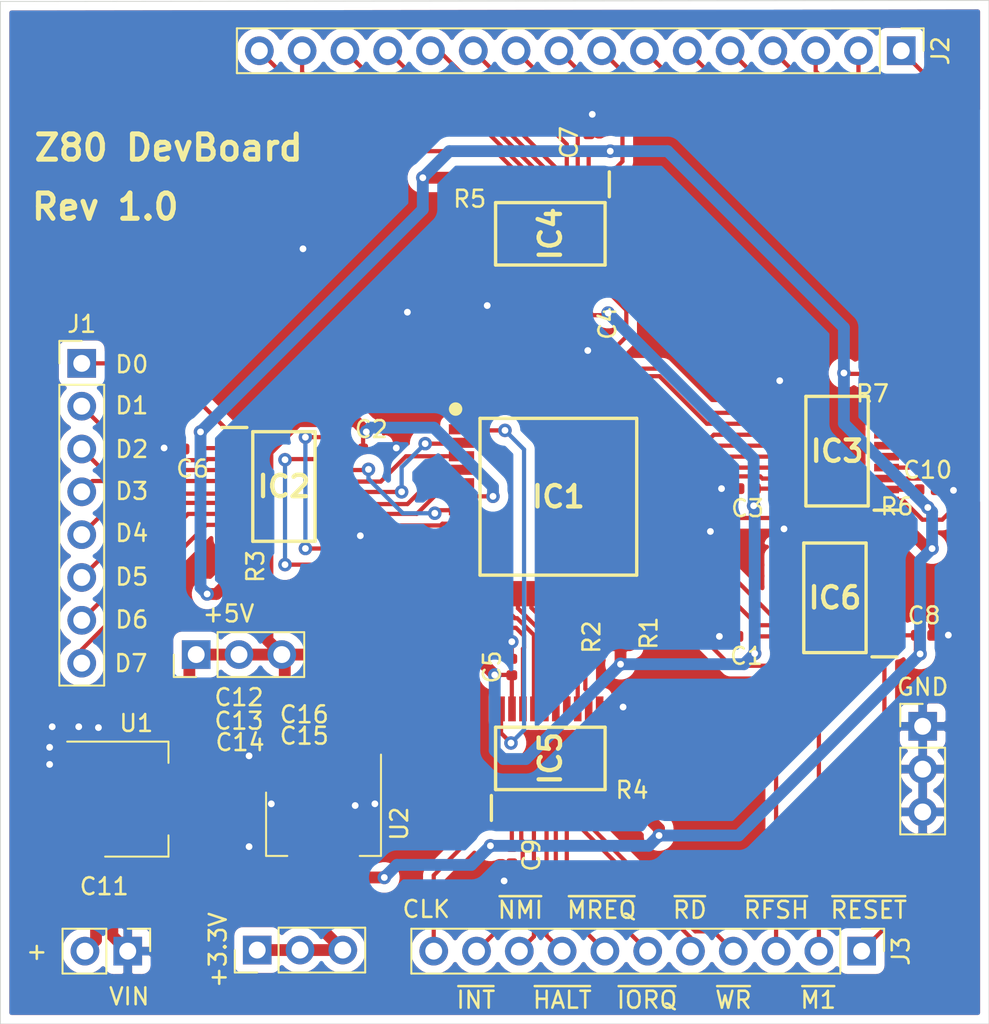
<source format=kicad_pcb>
(kicad_pcb (version 20171130) (host pcbnew "(5.1.6)-1")
  (layers (0 F.Cu signal) (31 B.Cu signal) (34 B.Paste user) (35 F.Paste user) (36 B.SilkS user) (37 F.SilkS user) (38 B.Mask user) (39 F.Mask user) (44 Edge.Cuts user))
  (net 0 "")
  (net 1 GND)
  (net 2 +5V)
  (net 3 +3V3)
  (net 4 /+5V_A15)
  (net 5 /+5V_A14)
  (net 6 /+5V_A13)
  (net 7 /+5V_A12)
  (net 8 /+5V_A11)
  (net 9 /+5V_A10)
  (net 10 /+5V_A9)
  (net 11 /+5V_A8)
  (net 12 /+5V_A7)
  (net 13 /+5V_A6)
  (net 14 /+5V_A5)
  (net 15 /+5V_A4)
  (net 16 /+5V_A3)
  (net 17 /+5V_A2)
  (net 18 /+5V_A1)
  (net 19 /+5V_A0)
  (net 20 /~+5V_RFSH)
  (net 21 /~+5V_M1)
  (net 22 /~+5V_RESET)
  (net 23 "Net-(IC1-Pad22)")
  (net 24 "Net-(IC1-Pad21)")
  (net 25 /~+5V_WR)
  (net 26 /~+5V_RD)
  (net 27 /~+5V_IORQ)
  (net 28 /~+5V_MREQ)
  (net 29 /~+5V_HALT)
  (net 30 /~+5V_NMI)
  (net 31 /~+5V_INT)
  (net 32 /+5V_D1)
  (net 33 /+5V_D0)
  (net 34 /+5V_D7)
  (net 35 /+5V_D2)
  (net 36 /+5V_D6)
  (net 37 /+5V_D5)
  (net 38 /+5V_D3)
  (net 39 /+5V_D4)
  (net 40 /+5V_CLK)
  (net 41 /D7)
  (net 42 /D6)
  (net 43 /D5)
  (net 44 /D4)
  (net 45 /D3)
  (net 46 /D2)
  (net 47 /D1)
  (net 48 /D0)
  (net 49 /A7)
  (net 50 /A6)
  (net 51 /A5)
  (net 52 /A4)
  (net 53 /A3)
  (net 54 /A2)
  (net 55 /A1)
  (net 56 /A0)
  (net 57 /A15)
  (net 58 /A14)
  (net 59 /A13)
  (net 60 /A12)
  (net 61 /A11)
  (net 62 /A10)
  (net 63 /A9)
  (net 64 /A8)
  (net 65 /~RESET)
  (net 66 /~IORQ)
  (net 67 /~MREQ)
  (net 68 /~WR)
  (net 69 /~RD)
  (net 70 /~NMI)
  (net 71 /~INT)
  (net 72 /CLK)
  (net 73 /~HALT)
  (net 74 /~RFSH)
  (net 75 /~M1)
  (net 76 /+VIN)
  (net 77 "Net-(IC2-Pad10)")
  (net 78 "Net-(IC3-Pad10)")
  (net 79 "Net-(IC4-Pad10)")
  (net 80 "Net-(IC5-Pad10)")
  (net 81 "Net-(IC6-Pad10)")
  (module Resistor_SMD:R_0402_1005Metric (layer F.Cu) (at 129.1058 77.7748 180)
    (fp_text reference R7 (at 0 -1.17) (layer F.SilkS))
    (fp_text value 50k)
    (pad 2 smd roundrect (at 0.485 0 180) (size 0.59 0.64) (layers F.Cu F.Paste F.Mask) (net 3 +3V3))
    (pad 1 smd roundrect (at -0.485 0 180) (size 0.59 0.64) (layers F.Cu F.Paste F.Mask) (net 78 "Net-(IC3-Pad10)"))
  )
  (module Resistor_SMD:R_0402_1005Metric (layer F.Cu) (at 130.556 86.8172)
    (fp_text reference R6 (at 0 -1.17) (layer F.SilkS))
    (fp_text value 50k)
    (pad 2 smd roundrect (at 0.485 0) (size 0.59 0.64) (layers F.Cu F.Paste F.Mask) (net 3 +3V3))
    (pad 1 smd roundrect (at -0.485 0) (size 0.59 0.64) (layers F.Cu F.Paste F.Mask) (net 81 "Net-(IC6-Pad10)"))
  )
  (module Resistor_SMD:R_0402_1005Metric (layer F.Cu) (at 105.1965 66.2305 180)
    (fp_text reference R5 (at 0 -1.17) (layer F.SilkS))
    (fp_text value 50k)
    (pad 2 smd roundrect (at 0.485 0 180) (size 0.59 0.64) (layers F.Cu F.Paste F.Mask) (net 3 +3V3))
    (pad 1 smd roundrect (at -0.485 0 180) (size 0.59 0.64) (layers F.Cu F.Paste F.Mask) (net 79 "Net-(IC4-Pad10)"))
  )
  (module Resistor_SMD:R_0402_1005Metric (layer F.Cu) (at 114.831 103.632)
    (fp_text reference R4 (at 0 -1.17) (layer F.SilkS))
    (fp_text value 50k)
    (pad 2 smd roundrect (at 0.485 0) (size 0.59 0.64) (layers F.Cu F.Paste F.Mask) (net 3 +3V3))
    (pad 1 smd roundrect (at -0.485 0) (size 0.59 0.64) (layers F.Cu F.Paste F.Mask) (net 80 "Net-(IC5-Pad10)"))
  )
  (module Connector_PinHeader_2.54mm:PinHeader_1x03_P2.54mm_Vertical (layer F.Cu) (at 132.08 98.679)
    (fp_text reference GND (at 0 -2.33) (layer F.SilkS))
    (fp_text value Conn_01x03)
    (pad 3 thru_hole oval (at 0 5.08) (size 1.7 1.7) (drill 1) (layers *.Cu *.Mask) (net 1 GND))
    (pad 2 thru_hole oval (at 0 2.54) (size 1.7 1.7) (drill 1) (layers *.Cu *.Mask) (net 1 GND))
    (pad 1 thru_hole rect (at 0 0) (size 1.7 1.7) (drill 1) (layers *.Cu *.Mask) (net 1 GND))
  )
  (module Connector_PinHeader_2.54mm:PinHeader_1x03_P2.54mm_Vertical (layer F.Cu) (at 92.583 111.9505 90)
    (fp_text reference +3.3V (at 0 -2.33 90) (layer F.SilkS))
    (fp_text value Conn_01x03)
    (pad 3 thru_hole oval (at 0 5.08 90) (size 1.7 1.7) (drill 1) (layers *.Cu *.Mask) (net 3 +3V3))
    (pad 2 thru_hole oval (at 0 2.54 90) (size 1.7 1.7) (drill 1) (layers *.Cu *.Mask) (net 3 +3V3))
    (pad 1 thru_hole rect (at 0 0 90) (size 1.7 1.7) (drill 1) (layers *.Cu *.Mask) (net 3 +3V3))
  )
  (module Connector_PinHeader_2.54mm:PinHeader_1x03_P2.54mm_Vertical (layer F.Cu) (at 88.9635 94.4245 90)
    (fp_text reference +5V (at 2.4257 1.9177 180) (layer F.SilkS))
    (fp_text value Conn_01x03)
    (pad 3 thru_hole oval (at 0 5.08 90) (size 1.7 1.7) (drill 1) (layers *.Cu *.Mask) (net 2 +5V))
    (pad 2 thru_hole oval (at 0 2.54 90) (size 1.7 1.7) (drill 1) (layers *.Cu *.Mask) (net 2 +5V))
    (pad 1 thru_hole rect (at 0 0 90) (size 1.7 1.7) (drill 1) (layers *.Cu *.Mask) (net 2 +5V))
  )
  (module Package_TO_SOT_SMD:SOT-223-3_TabPin2 (layer F.Cu) (at 96.52 104.4575 270)
    (fp_text reference U2 (at 0 -4.5 90) (layer F.SilkS))
    (fp_text value LD1117S33TR_SOT223)
    (pad 1 smd rect (at -3.15 -2.3 270) (size 2 1.5) (layers F.Cu F.Paste F.Mask) (net 1 GND))
    (pad 3 smd rect (at -3.15 2.3 270) (size 2 1.5) (layers F.Cu F.Paste F.Mask) (net 2 +5V))
    (pad 2 smd rect (at -3.15 0 270) (size 2 1.5) (layers F.Cu F.Paste F.Mask) (net 3 +3V3))
    (pad 2 smd rect (at 3.15 0 270) (size 2 3.8) (layers F.Cu F.Paste F.Mask) (net 3 +3V3))
  )
  (module Package_TO_SOT_SMD:SOT-223-3_TabPin2 (layer F.Cu) (at 85.4075 102.997)
    (fp_text reference U1 (at 0 -4.5) (layer F.SilkS))
    (fp_text value LD1117S50TR_SOT223)
    (pad 1 smd rect (at -3.15 -2.3) (size 2 1.5) (layers F.Cu F.Paste F.Mask) (net 1 GND))
    (pad 3 smd rect (at -3.15 2.3) (size 2 1.5) (layers F.Cu F.Paste F.Mask) (net 76 /+VIN))
    (pad 2 smd rect (at -3.15 0) (size 2 1.5) (layers F.Cu F.Paste F.Mask) (net 2 +5V))
    (pad 2 smd rect (at 3.15 0) (size 2 3.8) (layers F.Cu F.Paste F.Mask) (net 2 +5V))
  )
  (module Connector_PinHeader_2.54mm:PinHeader_1x02_P2.54mm_Vertical (layer F.Cu) (at 84.8995 112.014 270)
    (fp_text reference VIN (at 2.6924 -0.0889 180) (layer F.SilkS))
    (fp_text value Conn_01x02)
    (pad 2 thru_hole oval (at 0 2.54 270) (size 1.7 1.7) (drill 1) (layers *.Cu *.Mask) (net 76 /+VIN))
    (pad 1 thru_hole rect (at 0 0 270) (size 1.7 1.7) (drill 1) (layers *.Cu *.Mask) (net 1 GND))
  )
  (module Capacitor_SMD:C_0402_1005Metric (layer F.Cu) (at 97.9575 98.2345)
    (fp_text reference C16 (at -2.5805 -0.254) (layer F.SilkS))
    (fp_text value 100nF)
    (pad 2 smd roundrect (at 0.485 0) (size 0.59 0.64) (layers F.Cu F.Paste F.Mask) (net 1 GND))
    (pad 1 smd roundrect (at -0.485 0) (size 0.59 0.64) (layers F.Cu F.Paste F.Mask) (net 3 +3V3))
  )
  (module Capacitor_SMD:C_0402_1005Metric (layer F.Cu) (at 97.894 99.3775)
    (fp_text reference C15 (at -2.517 -0.127) (layer F.SilkS))
    (fp_text value 10uF)
    (pad 2 smd roundrect (at 0.485 0) (size 0.59 0.64) (layers F.Cu F.Paste F.Mask) (net 1 GND))
    (pad 1 smd roundrect (at -0.485 0) (size 0.59 0.64) (layers F.Cu F.Paste F.Mask) (net 3 +3V3))
  )
  (module Capacitor_SMD:C_0402_1005Metric (layer F.Cu) (at 91.5265 104.5845)
    (fp_text reference C14 (at 0.0405 -4.953) (layer F.SilkS))
    (fp_text value 10uF)
    (pad 2 smd roundrect (at 0.485 0) (size 0.59 0.64) (layers F.Cu F.Paste F.Mask) (net 1 GND))
    (pad 1 smd roundrect (at -0.485 0) (size 0.59 0.64) (layers F.Cu F.Paste F.Mask) (net 2 +5V))
  )
  (module Capacitor_SMD:C_0402_1005Metric (layer F.Cu) (at 91.544 102.997)
    (fp_text reference C13 (at -0.0405 -4.6355) (layer F.SilkS))
    (fp_text value 100nF)
    (pad 2 smd roundrect (at 0.485 0) (size 0.59 0.64) (layers F.Cu F.Paste F.Mask) (net 1 GND))
    (pad 1 smd roundrect (at -0.485 0) (size 0.59 0.64) (layers F.Cu F.Paste F.Mask) (net 2 +5V))
  )
  (module Capacitor_SMD:C_0402_1005Metric (layer F.Cu) (at 91.4805 101.5365)
    (fp_text reference C12 (at 0.023 -4.572) (layer F.SilkS))
    (fp_text value 10uF)
    (pad 2 smd roundrect (at 0.485 0) (size 0.59 0.64) (layers F.Cu F.Paste F.Mask) (net 1 GND))
    (pad 1 smd roundrect (at -0.485 0) (size 0.59 0.64) (layers F.Cu F.Paste F.Mask) (net 2 +5V))
  )
  (module Capacitor_SMD:C_0402_1005Metric (layer F.Cu) (at 83.5025 109.347)
    (fp_text reference C11 (at 0 -1.17) (layer F.SilkS))
    (fp_text value 10uF)
    (pad 2 smd roundrect (at 0.485 0) (size 0.59 0.64) (layers F.Cu F.Paste F.Mask) (net 1 GND))
    (pad 1 smd roundrect (at -0.485 0) (size 0.59 0.64) (layers F.Cu F.Paste F.Mask) (net 76 /+VIN))
  )
  (module Connector_PinHeader_2.54mm:PinHeader_1x11_P2.54mm_Vertical (layer F.Cu) (at 128.4605 112.014 270)
    (fp_text reference J3 (at 0 -2.33 90) (layer F.SilkS))
    (fp_text value Conn_01x11)
    (pad 11 thru_hole oval (at 0 25.4 270) (size 1.7 1.7) (drill 1) (layers *.Cu *.Mask) (net 72 /CLK))
    (pad 10 thru_hole oval (at 0 22.86 270) (size 1.7 1.7) (drill 1) (layers *.Cu *.Mask) (net 71 /~INT))
    (pad 9 thru_hole oval (at 0 20.32 270) (size 1.7 1.7) (drill 1) (layers *.Cu *.Mask) (net 70 /~NMI))
    (pad 8 thru_hole oval (at 0 17.78 270) (size 1.7 1.7) (drill 1) (layers *.Cu *.Mask) (net 73 /~HALT))
    (pad 7 thru_hole oval (at 0 15.24 270) (size 1.7 1.7) (drill 1) (layers *.Cu *.Mask) (net 67 /~MREQ))
    (pad 6 thru_hole oval (at 0 12.7 270) (size 1.7 1.7) (drill 1) (layers *.Cu *.Mask) (net 66 /~IORQ))
    (pad 5 thru_hole oval (at 0 10.16 270) (size 1.7 1.7) (drill 1) (layers *.Cu *.Mask) (net 69 /~RD))
    (pad 4 thru_hole oval (at 0 7.62 270) (size 1.7 1.7) (drill 1) (layers *.Cu *.Mask) (net 68 /~WR))
    (pad 3 thru_hole oval (at 0 5.08 270) (size 1.7 1.7) (drill 1) (layers *.Cu *.Mask) (net 74 /~RFSH))
    (pad 2 thru_hole oval (at 0 2.54 270) (size 1.7 1.7) (drill 1) (layers *.Cu *.Mask) (net 75 /~M1))
    (pad 1 thru_hole rect (at 0 0 270) (size 1.7 1.7) (drill 1) (layers *.Cu *.Mask) (net 65 /~RESET))
  )
  (module Connector_PinHeader_2.54mm:PinHeader_1x16_P2.54mm_Vertical (layer F.Cu) (at 130.81 58.6105 270)
    (fp_text reference J2 (at 0 -2.33 90) (layer F.SilkS))
    (fp_text value Conn_01x16)
    (pad 16 thru_hole oval (at 0 38.1 270) (size 1.7 1.7) (drill 1) (layers *.Cu *.Mask) (net 57 /A15))
    (pad 15 thru_hole oval (at 0 35.56 270) (size 1.7 1.7) (drill 1) (layers *.Cu *.Mask) (net 58 /A14))
    (pad 14 thru_hole oval (at 0 33.02 270) (size 1.7 1.7) (drill 1) (layers *.Cu *.Mask) (net 59 /A13))
    (pad 13 thru_hole oval (at 0 30.48 270) (size 1.7 1.7) (drill 1) (layers *.Cu *.Mask) (net 60 /A12))
    (pad 12 thru_hole oval (at 0 27.94 270) (size 1.7 1.7) (drill 1) (layers *.Cu *.Mask) (net 61 /A11))
    (pad 11 thru_hole oval (at 0 25.4 270) (size 1.7 1.7) (drill 1) (layers *.Cu *.Mask) (net 62 /A10))
    (pad 10 thru_hole oval (at 0 22.86 270) (size 1.7 1.7) (drill 1) (layers *.Cu *.Mask) (net 63 /A9))
    (pad 9 thru_hole oval (at 0 20.32 270) (size 1.7 1.7) (drill 1) (layers *.Cu *.Mask) (net 64 /A8))
    (pad 8 thru_hole oval (at 0 17.78 270) (size 1.7 1.7) (drill 1) (layers *.Cu *.Mask) (net 49 /A7))
    (pad 7 thru_hole oval (at 0 15.24 270) (size 1.7 1.7) (drill 1) (layers *.Cu *.Mask) (net 50 /A6))
    (pad 6 thru_hole oval (at 0 12.7 270) (size 1.7 1.7) (drill 1) (layers *.Cu *.Mask) (net 51 /A5))
    (pad 5 thru_hole oval (at 0 10.16 270) (size 1.7 1.7) (drill 1) (layers *.Cu *.Mask) (net 52 /A4))
    (pad 4 thru_hole oval (at 0 7.62 270) (size 1.7 1.7) (drill 1) (layers *.Cu *.Mask) (net 53 /A3))
    (pad 3 thru_hole oval (at 0 5.08 270) (size 1.7 1.7) (drill 1) (layers *.Cu *.Mask) (net 54 /A2))
    (pad 2 thru_hole oval (at 0 2.54 270) (size 1.7 1.7) (drill 1) (layers *.Cu *.Mask) (net 55 /A1))
    (pad 1 thru_hole rect (at 0 0 270) (size 1.7 1.7) (drill 1) (layers *.Cu *.Mask) (net 56 /A0))
  )
  (module Connector_PinHeader_2.54mm:PinHeader_1x08_P2.54mm_Vertical (layer F.Cu) (at 82.169 77.1525)
    (fp_text reference J1 (at 0 -2.33) (layer F.SilkS))
    (fp_text value Conn_01x08)
    (pad 8 thru_hole oval (at 0 17.78) (size 1.7 1.7) (drill 1) (layers *.Cu *.Mask) (net 41 /D7))
    (pad 7 thru_hole oval (at 0 15.24) (size 1.7 1.7) (drill 1) (layers *.Cu *.Mask) (net 42 /D6))
    (pad 6 thru_hole oval (at 0 12.7) (size 1.7 1.7) (drill 1) (layers *.Cu *.Mask) (net 43 /D5))
    (pad 5 thru_hole oval (at 0 10.16) (size 1.7 1.7) (drill 1) (layers *.Cu *.Mask) (net 44 /D4))
    (pad 4 thru_hole oval (at 0 7.62) (size 1.7 1.7) (drill 1) (layers *.Cu *.Mask) (net 45 /D3))
    (pad 3 thru_hole oval (at 0 5.08) (size 1.7 1.7) (drill 1) (layers *.Cu *.Mask) (net 46 /D2))
    (pad 2 thru_hole oval (at 0 2.54) (size 1.7 1.7) (drill 1) (layers *.Cu *.Mask) (net 47 /D1))
    (pad 1 thru_hole rect (at 0 0) (size 1.7 1.7) (drill 1) (layers *.Cu *.Mask) (net 48 /D0))
  )
  (module Resistor_SMD:R_0402_1005Metric (layer F.Cu) (at 91.313 89.1945 270)
    (fp_text reference R3 (at 0 -1.17 90) (layer F.SilkS))
    (fp_text value 50k)
    (pad 2 smd roundrect (at 0.485 0 270) (size 0.59 0.64) (layers F.Cu F.Paste F.Mask) (net 3 +3V3))
    (pad 1 smd roundrect (at -0.485 0 270) (size 0.59 0.64) (layers F.Cu F.Paste F.Mask) (net 77 "Net-(IC2-Pad10)"))
  )
  (module Resistor_SMD:R_0402_1005Metric (layer F.Cu) (at 113.6015 93.3855 90)
    (fp_text reference R2 (at 0 -1.17 90) (layer F.SilkS))
    (fp_text value 10k)
    (pad 2 smd roundrect (at 0.485 0 90) (size 0.59 0.64) (layers F.Cu F.Paste F.Mask) (net 24 "Net-(IC1-Pad21)"))
    (pad 1 smd roundrect (at -0.485 0 90) (size 0.59 0.64) (layers F.Cu F.Paste F.Mask) (net 2 +5V))
  )
  (module Resistor_SMD:R_0402_1005Metric (layer F.Cu) (at 114.681 93.3855 90)
    (fp_text reference R1 (at 0.231 1.143 90) (layer F.SilkS))
    (fp_text value 10k)
    (pad 2 smd roundrect (at 0.485 0 90) (size 0.59 0.64) (layers F.Cu F.Paste F.Mask) (net 23 "Net-(IC1-Pad22)"))
    (pad 1 smd roundrect (at -0.485 0 90) (size 0.59 0.64) (layers F.Cu F.Paste F.Mask) (net 2 +5V))
  )
  (module SamacSys_Parts:SOP65P640X120-20N (layer F.Cu) (at 126.873 91.059 180)
    (fp_text reference IC6 (at 0 0) (layer F.SilkS) (effects (font (size 1.27 1.27) (thickness 0.254))))
    (fp_text value TXB0108PWR hide)
    (pad 20 smd rect (at 2.938 -2.925 270) (size 0.45 1.475) (layers F.Cu F.Paste F.Mask) (net 22 /~+5V_RESET))
    (pad 19 smd rect (at 2.938 -2.275 270) (size 0.45 1.475) (layers F.Cu F.Paste F.Mask) (net 2 +5V))
    (pad 18 smd rect (at 2.938 -1.625 270) (size 0.45 1.475) (layers F.Cu F.Paste F.Mask) (net 21 /~+5V_M1))
    (pad 17 smd rect (at 2.938 -0.975 270) (size 0.45 1.475) (layers F.Cu F.Paste F.Mask) (net 20 /~+5V_RFSH))
    (pad 16 smd rect (at 2.938 -0.325 270) (size 0.45 1.475) (layers F.Cu F.Paste F.Mask))
    (pad 15 smd rect (at 2.938 0.325 270) (size 0.45 1.475) (layers F.Cu F.Paste F.Mask))
    (pad 14 smd rect (at 2.938 0.975 270) (size 0.45 1.475) (layers F.Cu F.Paste F.Mask))
    (pad 13 smd rect (at 2.938 1.625 270) (size 0.45 1.475) (layers F.Cu F.Paste F.Mask))
    (pad 12 smd rect (at 2.938 2.275 270) (size 0.45 1.475) (layers F.Cu F.Paste F.Mask))
    (pad 11 smd rect (at 2.938 2.925 270) (size 0.45 1.475) (layers F.Cu F.Paste F.Mask) (net 1 GND))
    (pad 10 smd rect (at -2.938 2.925 270) (size 0.45 1.475) (layers F.Cu F.Paste F.Mask) (net 81 "Net-(IC6-Pad10)"))
    (pad 9 smd rect (at -2.938 2.275 270) (size 0.45 1.475) (layers F.Cu F.Paste F.Mask))
    (pad 8 smd rect (at -2.938 1.625 270) (size 0.45 1.475) (layers F.Cu F.Paste F.Mask))
    (pad 7 smd rect (at -2.938 0.975 270) (size 0.45 1.475) (layers F.Cu F.Paste F.Mask))
    (pad 6 smd rect (at -2.938 0.325 270) (size 0.45 1.475) (layers F.Cu F.Paste F.Mask))
    (pad 5 smd rect (at -2.938 -0.325 270) (size 0.45 1.475) (layers F.Cu F.Paste F.Mask))
    (pad 4 smd rect (at -2.938 -0.975 270) (size 0.45 1.475) (layers F.Cu F.Paste F.Mask) (net 74 /~RFSH))
    (pad 3 smd rect (at -2.938 -1.625 270) (size 0.45 1.475) (layers F.Cu F.Paste F.Mask) (net 75 /~M1))
    (pad 2 smd rect (at -2.938 -2.275 270) (size 0.45 1.475) (layers F.Cu F.Paste F.Mask) (net 3 +3V3))
    (pad 1 smd rect (at -2.938 -2.925 270) (size 0.45 1.475) (layers F.Cu F.Paste F.Mask) (net 65 /~RESET))
  )
  (module SamacSys_Parts:SOP65P640X120-20N (layer F.Cu) (at 109.982 100.584 90)
    (fp_text reference IC5 (at 0 0 90) (layer F.SilkS) (effects (font (size 1.27 1.27) (thickness 0.254))))
    (fp_text value TXB0108PWR hide)
    (pad 20 smd rect (at 2.938 -2.925 180) (size 0.45 1.475) (layers F.Cu F.Paste F.Mask) (net 40 /+5V_CLK))
    (pad 19 smd rect (at 2.938 -2.275 180) (size 0.45 1.475) (layers F.Cu F.Paste F.Mask) (net 2 +5V))
    (pad 18 smd rect (at 2.938 -1.625 180) (size 0.45 1.475) (layers F.Cu F.Paste F.Mask) (net 31 /~+5V_INT))
    (pad 17 smd rect (at 2.938 -0.975 180) (size 0.45 1.475) (layers F.Cu F.Paste F.Mask) (net 30 /~+5V_NMI))
    (pad 16 smd rect (at 2.938 -0.325 180) (size 0.45 1.475) (layers F.Cu F.Paste F.Mask) (net 29 /~+5V_HALT))
    (pad 15 smd rect (at 2.938 0.325 180) (size 0.45 1.475) (layers F.Cu F.Paste F.Mask) (net 28 /~+5V_MREQ))
    (pad 14 smd rect (at 2.938 0.975 180) (size 0.45 1.475) (layers F.Cu F.Paste F.Mask) (net 27 /~+5V_IORQ))
    (pad 13 smd rect (at 2.938 1.625 180) (size 0.45 1.475) (layers F.Cu F.Paste F.Mask) (net 26 /~+5V_RD))
    (pad 12 smd rect (at 2.938 2.275 180) (size 0.45 1.475) (layers F.Cu F.Paste F.Mask) (net 25 /~+5V_WR))
    (pad 11 smd rect (at 2.938 2.925 180) (size 0.45 1.475) (layers F.Cu F.Paste F.Mask) (net 1 GND))
    (pad 10 smd rect (at -2.938 2.925 180) (size 0.45 1.475) (layers F.Cu F.Paste F.Mask) (net 80 "Net-(IC5-Pad10)"))
    (pad 9 smd rect (at -2.938 2.275 180) (size 0.45 1.475) (layers F.Cu F.Paste F.Mask) (net 68 /~WR))
    (pad 8 smd rect (at -2.938 1.625 180) (size 0.45 1.475) (layers F.Cu F.Paste F.Mask) (net 69 /~RD))
    (pad 7 smd rect (at -2.938 0.975 180) (size 0.45 1.475) (layers F.Cu F.Paste F.Mask) (net 66 /~IORQ))
    (pad 6 smd rect (at -2.938 0.325 180) (size 0.45 1.475) (layers F.Cu F.Paste F.Mask) (net 67 /~MREQ))
    (pad 5 smd rect (at -2.938 -0.325 180) (size 0.45 1.475) (layers F.Cu F.Paste F.Mask) (net 73 /~HALT))
    (pad 4 smd rect (at -2.938 -0.975 180) (size 0.45 1.475) (layers F.Cu F.Paste F.Mask) (net 70 /~NMI))
    (pad 3 smd rect (at -2.938 -1.625 180) (size 0.45 1.475) (layers F.Cu F.Paste F.Mask) (net 71 /~INT))
    (pad 2 smd rect (at -2.938 -2.275 180) (size 0.45 1.475) (layers F.Cu F.Paste F.Mask) (net 3 +3V3))
    (pad 1 smd rect (at -2.938 -2.925 180) (size 0.45 1.475) (layers F.Cu F.Paste F.Mask) (net 72 /CLK))
  )
  (module SamacSys_Parts:SOP65P640X120-20N (layer F.Cu) (at 109.982 69.469 270)
    (fp_text reference IC4 (at 0 0 90) (layer F.SilkS) (effects (font (size 1.27 1.27) (thickness 0.254))))
    (fp_text value TXB0108PWR hide)
    (pad 20 smd rect (at 2.938 -2.925) (size 0.45 1.475) (layers F.Cu F.Paste F.Mask) (net 11 /+5V_A8))
    (pad 19 smd rect (at 2.938 -2.275) (size 0.45 1.475) (layers F.Cu F.Paste F.Mask) (net 2 +5V))
    (pad 18 smd rect (at 2.938 -1.625) (size 0.45 1.475) (layers F.Cu F.Paste F.Mask) (net 10 /+5V_A9))
    (pad 17 smd rect (at 2.938 -0.975) (size 0.45 1.475) (layers F.Cu F.Paste F.Mask) (net 9 /+5V_A10))
    (pad 16 smd rect (at 2.938 -0.325) (size 0.45 1.475) (layers F.Cu F.Paste F.Mask) (net 8 /+5V_A11))
    (pad 15 smd rect (at 2.938 0.325) (size 0.45 1.475) (layers F.Cu F.Paste F.Mask) (net 7 /+5V_A12))
    (pad 14 smd rect (at 2.938 0.975) (size 0.45 1.475) (layers F.Cu F.Paste F.Mask) (net 6 /+5V_A13))
    (pad 13 smd rect (at 2.938 1.625) (size 0.45 1.475) (layers F.Cu F.Paste F.Mask) (net 5 /+5V_A14))
    (pad 12 smd rect (at 2.938 2.275) (size 0.45 1.475) (layers F.Cu F.Paste F.Mask) (net 4 /+5V_A15))
    (pad 11 smd rect (at 2.938 2.925) (size 0.45 1.475) (layers F.Cu F.Paste F.Mask) (net 1 GND))
    (pad 10 smd rect (at -2.938 2.925) (size 0.45 1.475) (layers F.Cu F.Paste F.Mask) (net 79 "Net-(IC4-Pad10)"))
    (pad 9 smd rect (at -2.938 2.275) (size 0.45 1.475) (layers F.Cu F.Paste F.Mask) (net 57 /A15))
    (pad 8 smd rect (at -2.938 1.625) (size 0.45 1.475) (layers F.Cu F.Paste F.Mask) (net 58 /A14))
    (pad 7 smd rect (at -2.938 0.975) (size 0.45 1.475) (layers F.Cu F.Paste F.Mask) (net 59 /A13))
    (pad 6 smd rect (at -2.938 0.325) (size 0.45 1.475) (layers F.Cu F.Paste F.Mask) (net 60 /A12))
    (pad 5 smd rect (at -2.938 -0.325) (size 0.45 1.475) (layers F.Cu F.Paste F.Mask) (net 61 /A11))
    (pad 4 smd rect (at -2.938 -0.975) (size 0.45 1.475) (layers F.Cu F.Paste F.Mask) (net 62 /A10))
    (pad 3 smd rect (at -2.938 -1.625) (size 0.45 1.475) (layers F.Cu F.Paste F.Mask) (net 63 /A9))
    (pad 2 smd rect (at -2.938 -2.275) (size 0.45 1.475) (layers F.Cu F.Paste F.Mask) (net 3 +3V3))
    (pad 1 smd rect (at -2.938 -2.925) (size 0.45 1.475) (layers F.Cu F.Paste F.Mask) (net 64 /A8))
  )
  (module SamacSys_Parts:SOP65P640X120-20N (layer F.Cu) (at 127 82.3595 180)
    (fp_text reference IC3 (at 0 0) (layer F.SilkS) (effects (font (size 1.27 1.27) (thickness 0.254))))
    (fp_text value TXB0108PWR hide)
    (pad 20 smd rect (at 2.938 -2.925 270) (size 0.45 1.475) (layers F.Cu F.Paste F.Mask) (net 19 /+5V_A0))
    (pad 19 smd rect (at 2.938 -2.275 270) (size 0.45 1.475) (layers F.Cu F.Paste F.Mask) (net 2 +5V))
    (pad 18 smd rect (at 2.938 -1.625 270) (size 0.45 1.475) (layers F.Cu F.Paste F.Mask) (net 18 /+5V_A1))
    (pad 17 smd rect (at 2.938 -0.975 270) (size 0.45 1.475) (layers F.Cu F.Paste F.Mask) (net 17 /+5V_A2))
    (pad 16 smd rect (at 2.938 -0.325 270) (size 0.45 1.475) (layers F.Cu F.Paste F.Mask) (net 16 /+5V_A3))
    (pad 15 smd rect (at 2.938 0.325 270) (size 0.45 1.475) (layers F.Cu F.Paste F.Mask) (net 15 /+5V_A4))
    (pad 14 smd rect (at 2.938 0.975 270) (size 0.45 1.475) (layers F.Cu F.Paste F.Mask) (net 14 /+5V_A5))
    (pad 13 smd rect (at 2.938 1.625 270) (size 0.45 1.475) (layers F.Cu F.Paste F.Mask) (net 13 /+5V_A6))
    (pad 12 smd rect (at 2.938 2.275 270) (size 0.45 1.475) (layers F.Cu F.Paste F.Mask) (net 12 /+5V_A7))
    (pad 11 smd rect (at 2.938 2.925 270) (size 0.45 1.475) (layers F.Cu F.Paste F.Mask) (net 1 GND))
    (pad 10 smd rect (at -2.938 2.925 270) (size 0.45 1.475) (layers F.Cu F.Paste F.Mask) (net 78 "Net-(IC3-Pad10)"))
    (pad 9 smd rect (at -2.938 2.275 270) (size 0.45 1.475) (layers F.Cu F.Paste F.Mask) (net 49 /A7))
    (pad 8 smd rect (at -2.938 1.625 270) (size 0.45 1.475) (layers F.Cu F.Paste F.Mask) (net 50 /A6))
    (pad 7 smd rect (at -2.938 0.975 270) (size 0.45 1.475) (layers F.Cu F.Paste F.Mask) (net 51 /A5))
    (pad 6 smd rect (at -2.938 0.325 270) (size 0.45 1.475) (layers F.Cu F.Paste F.Mask) (net 52 /A4))
    (pad 5 smd rect (at -2.938 -0.325 270) (size 0.45 1.475) (layers F.Cu F.Paste F.Mask) (net 53 /A3))
    (pad 4 smd rect (at -2.938 -0.975 270) (size 0.45 1.475) (layers F.Cu F.Paste F.Mask) (net 54 /A2))
    (pad 3 smd rect (at -2.938 -1.625 270) (size 0.45 1.475) (layers F.Cu F.Paste F.Mask) (net 55 /A1))
    (pad 2 smd rect (at -2.938 -2.275 270) (size 0.45 1.475) (layers F.Cu F.Paste F.Mask) (net 3 +3V3))
    (pad 1 smd rect (at -2.938 -2.925 270) (size 0.45 1.475) (layers F.Cu F.Paste F.Mask) (net 56 /A0))
  )
  (module SamacSys_Parts:SOP65P640X120-20N (layer F.Cu) (at 94.1705 84.455)
    (fp_text reference IC2 (at 0 0) (layer F.SilkS) (effects (font (size 1.27 1.27) (thickness 0.254))))
    (fp_text value TXB0108PWR hide)
    (pad 20 smd rect (at 2.938 -2.925 90) (size 0.45 1.475) (layers F.Cu F.Paste F.Mask) (net 33 /+5V_D0))
    (pad 19 smd rect (at 2.938 -2.275 90) (size 0.45 1.475) (layers F.Cu F.Paste F.Mask) (net 2 +5V))
    (pad 18 smd rect (at 2.938 -1.625 90) (size 0.45 1.475) (layers F.Cu F.Paste F.Mask) (net 32 /+5V_D1))
    (pad 17 smd rect (at 2.938 -0.975 90) (size 0.45 1.475) (layers F.Cu F.Paste F.Mask) (net 35 /+5V_D2))
    (pad 16 smd rect (at 2.938 -0.325 90) (size 0.45 1.475) (layers F.Cu F.Paste F.Mask) (net 38 /+5V_D3))
    (pad 15 smd rect (at 2.938 0.325 90) (size 0.45 1.475) (layers F.Cu F.Paste F.Mask) (net 39 /+5V_D4))
    (pad 14 smd rect (at 2.938 0.975 90) (size 0.45 1.475) (layers F.Cu F.Paste F.Mask) (net 37 /+5V_D5))
    (pad 13 smd rect (at 2.938 1.625 90) (size 0.45 1.475) (layers F.Cu F.Paste F.Mask) (net 36 /+5V_D6))
    (pad 12 smd rect (at 2.938 2.275 90) (size 0.45 1.475) (layers F.Cu F.Paste F.Mask) (net 34 /+5V_D7))
    (pad 11 smd rect (at 2.938 2.925 90) (size 0.45 1.475) (layers F.Cu F.Paste F.Mask) (net 1 GND))
    (pad 10 smd rect (at -2.938 2.925 90) (size 0.45 1.475) (layers F.Cu F.Paste F.Mask) (net 77 "Net-(IC2-Pad10)"))
    (pad 9 smd rect (at -2.938 2.275 90) (size 0.45 1.475) (layers F.Cu F.Paste F.Mask) (net 41 /D7))
    (pad 8 smd rect (at -2.938 1.625 90) (size 0.45 1.475) (layers F.Cu F.Paste F.Mask) (net 42 /D6))
    (pad 7 smd rect (at -2.938 0.975 90) (size 0.45 1.475) (layers F.Cu F.Paste F.Mask) (net 43 /D5))
    (pad 6 smd rect (at -2.938 0.325 90) (size 0.45 1.475) (layers F.Cu F.Paste F.Mask) (net 44 /D4))
    (pad 5 smd rect (at -2.938 -0.325 90) (size 0.45 1.475) (layers F.Cu F.Paste F.Mask) (net 45 /D3))
    (pad 4 smd rect (at -2.938 -0.975 90) (size 0.45 1.475) (layers F.Cu F.Paste F.Mask) (net 46 /D2))
    (pad 3 smd rect (at -2.938 -1.625 90) (size 0.45 1.475) (layers F.Cu F.Paste F.Mask) (net 47 /D1))
    (pad 2 smd rect (at -2.938 -2.275 90) (size 0.45 1.475) (layers F.Cu F.Paste F.Mask) (net 3 +3V3))
    (pad 1 smd rect (at -2.938 -2.925 90) (size 0.45 1.475) (layers F.Cu F.Paste F.Mask) (net 48 /D0))
  )
  (module SamacSys_Parts:QFP80P1200X1200X160-44N (layer F.Cu) (at 110.459 85.063)
    (fp_text reference IC1 (at 0 0) (layer F.SilkS) (effects (font (size 1.27 1.27) (thickness 0.254))))
    (fp_text value Z84C0020AEG hide)
    (pad 44 smd rect (at -4 -5.75) (size 0.6 1.5) (layers F.Cu F.Paste F.Mask) (net 4 /+5V_A15))
    (pad 43 smd rect (at -3.2 -5.75) (size 0.6 1.5) (layers F.Cu F.Paste F.Mask) (net 5 /+5V_A14))
    (pad 42 smd rect (at -2.4 -5.75) (size 0.6 1.5) (layers F.Cu F.Paste F.Mask) (net 6 /+5V_A13))
    (pad 41 smd rect (at -1.6 -5.75) (size 0.6 1.5) (layers F.Cu F.Paste F.Mask) (net 7 /+5V_A12))
    (pad 40 smd rect (at -0.8 -5.75) (size 0.6 1.5) (layers F.Cu F.Paste F.Mask) (net 8 /+5V_A11))
    (pad 39 smd rect (at 0 -5.75) (size 0.6 1.5) (layers F.Cu F.Paste F.Mask))
    (pad 38 smd rect (at 0.8 -5.75) (size 0.6 1.5) (layers F.Cu F.Paste F.Mask) (net 9 /+5V_A10))
    (pad 37 smd rect (at 1.6 -5.75) (size 0.6 1.5) (layers F.Cu F.Paste F.Mask) (net 10 /+5V_A9))
    (pad 36 smd rect (at 2.4 -5.75) (size 0.6 1.5) (layers F.Cu F.Paste F.Mask) (net 11 /+5V_A8))
    (pad 35 smd rect (at 3.2 -5.75) (size 0.6 1.5) (layers F.Cu F.Paste F.Mask) (net 12 /+5V_A7))
    (pad 34 smd rect (at 4 -5.75) (size 0.6 1.5) (layers F.Cu F.Paste F.Mask) (net 13 /+5V_A6))
    (pad 33 smd rect (at 5.75 -4 90) (size 0.6 1.5) (layers F.Cu F.Paste F.Mask))
    (pad 32 smd rect (at 5.75 -3.2 90) (size 0.6 1.5) (layers F.Cu F.Paste F.Mask) (net 14 /+5V_A5))
    (pad 31 smd rect (at 5.75 -2.4 90) (size 0.6 1.5) (layers F.Cu F.Paste F.Mask) (net 15 /+5V_A4))
    (pad 30 smd rect (at 5.75 -1.6 90) (size 0.6 1.5) (layers F.Cu F.Paste F.Mask) (net 16 /+5V_A3))
    (pad 29 smd rect (at 5.75 -0.8 90) (size 0.6 1.5) (layers F.Cu F.Paste F.Mask) (net 17 /+5V_A2))
    (pad 28 smd rect (at 5.75 0 90) (size 0.6 1.5) (layers F.Cu F.Paste F.Mask) (net 18 /+5V_A1))
    (pad 27 smd rect (at 5.75 0.8 90) (size 0.6 1.5) (layers F.Cu F.Paste F.Mask) (net 19 /+5V_A0))
    (pad 26 smd rect (at 5.75 1.6 90) (size 0.6 1.5) (layers F.Cu F.Paste F.Mask) (net 1 GND))
    (pad 25 smd rect (at 5.75 2.4 90) (size 0.6 1.5) (layers F.Cu F.Paste F.Mask) (net 20 /~+5V_RFSH))
    (pad 24 smd rect (at 5.75 3.2 90) (size 0.6 1.5) (layers F.Cu F.Paste F.Mask) (net 21 /~+5V_M1))
    (pad 23 smd rect (at 5.75 4 90) (size 0.6 1.5) (layers F.Cu F.Paste F.Mask) (net 22 /~+5V_RESET))
    (pad 22 smd rect (at 4 5.75) (size 0.6 1.5) (layers F.Cu F.Paste F.Mask) (net 23 "Net-(IC1-Pad22)"))
    (pad 21 smd rect (at 3.2 5.75) (size 0.6 1.5) (layers F.Cu F.Paste F.Mask) (net 24 "Net-(IC1-Pad21)"))
    (pad 20 smd rect (at 2.4 5.75) (size 0.6 1.5) (layers F.Cu F.Paste F.Mask))
    (pad 19 smd rect (at 1.6 5.75) (size 0.6 1.5) (layers F.Cu F.Paste F.Mask) (net 25 /~+5V_WR))
    (pad 18 smd rect (at 0.8 5.75) (size 0.6 1.5) (layers F.Cu F.Paste F.Mask) (net 26 /~+5V_RD))
    (pad 17 smd rect (at 0 5.75) (size 0.6 1.5) (layers F.Cu F.Paste F.Mask))
    (pad 16 smd rect (at -0.8 5.75) (size 0.6 1.5) (layers F.Cu F.Paste F.Mask) (net 27 /~+5V_IORQ))
    (pad 15 smd rect (at -1.6 5.75) (size 0.6 1.5) (layers F.Cu F.Paste F.Mask) (net 28 /~+5V_MREQ))
    (pad 14 smd rect (at -2.4 5.75) (size 0.6 1.5) (layers F.Cu F.Paste F.Mask) (net 29 /~+5V_HALT))
    (pad 13 smd rect (at -3.2 5.75) (size 0.6 1.5) (layers F.Cu F.Paste F.Mask) (net 30 /~+5V_NMI))
    (pad 12 smd rect (at -4 5.75) (size 0.6 1.5) (layers F.Cu F.Paste F.Mask) (net 31 /~+5V_INT))
    (pad 11 smd rect (at -5.75 4 90) (size 0.6 1.5) (layers F.Cu F.Paste F.Mask))
    (pad 10 smd rect (at -5.75 3.2 90) (size 0.6 1.5) (layers F.Cu F.Paste F.Mask) (net 32 /+5V_D1))
    (pad 9 smd rect (at -5.75 2.4 90) (size 0.6 1.5) (layers F.Cu F.Paste F.Mask) (net 33 /+5V_D0))
    (pad 8 smd rect (at -5.75 1.6 90) (size 0.6 1.5) (layers F.Cu F.Paste F.Mask) (net 34 /+5V_D7))
    (pad 7 smd rect (at -5.75 0.8 90) (size 0.6 1.5) (layers F.Cu F.Paste F.Mask) (net 35 /+5V_D2))
    (pad 6 smd rect (at -5.75 0 90) (size 0.6 1.5) (layers F.Cu F.Paste F.Mask) (net 2 +5V))
    (pad 5 smd rect (at -5.75 -0.8 90) (size 0.6 1.5) (layers F.Cu F.Paste F.Mask) (net 36 /+5V_D6))
    (pad 4 smd rect (at -5.75 -1.6 90) (size 0.6 1.5) (layers F.Cu F.Paste F.Mask) (net 37 /+5V_D5))
    (pad 3 smd rect (at -5.75 -2.4 90) (size 0.6 1.5) (layers F.Cu F.Paste F.Mask) (net 38 /+5V_D3))
    (pad 2 smd rect (at -5.75 -3.2 90) (size 0.6 1.5) (layers F.Cu F.Paste F.Mask) (net 39 /+5V_D4))
    (pad 1 smd rect (at -5.75 -4 90) (size 0.6 1.5) (layers F.Cu F.Paste F.Mask) (net 40 /+5V_CLK))
  )
  (module Capacitor_SMD:C_0402_1005Metric (layer F.Cu) (at 132.3745 84.6455)
    (fp_text reference C10 (at 0 -1.17) (layer F.SilkS))
    (fp_text value 0.1uF)
    (pad 2 smd roundrect (at 0.485 0) (size 0.59 0.64) (layers F.Cu F.Paste F.Mask) (net 1 GND))
    (pad 1 smd roundrect (at -0.485 0) (size 0.59 0.64) (layers F.Cu F.Paste F.Mask) (net 3 +3V3))
  )
  (module Capacitor_SMD:C_0402_1005Metric (layer F.Cu) (at 107.696 106.322 270)
    (fp_text reference C9 (at 0 -1.17 90) (layer F.SilkS))
    (fp_text value 0.1uF)
    (pad 2 smd roundrect (at 0.485 0 270) (size 0.59 0.64) (layers F.Cu F.Paste F.Mask) (net 1 GND))
    (pad 1 smd roundrect (at -0.485 0 270) (size 0.59 0.64) (layers F.Cu F.Paste F.Mask) (net 3 +3V3))
  )
  (module Capacitor_SMD:C_0402_1005Metric (layer F.Cu) (at 132.1665 93.2815)
    (fp_text reference C8 (at 0 -1.17) (layer F.SilkS))
    (fp_text value 0.1uF)
    (pad 2 smd roundrect (at 0.485 0) (size 0.59 0.64) (layers F.Cu F.Paste F.Mask) (net 1 GND))
    (pad 1 smd roundrect (at -0.485 0) (size 0.59 0.64) (layers F.Cu F.Paste F.Mask) (net 3 +3V3))
  )
  (module Capacitor_SMD:C_0402_1005Metric (layer F.Cu) (at 112.268 64.0485 90)
    (fp_text reference C7 (at 0 -1.17 90) (layer F.SilkS))
    (fp_text value 0.1uF)
    (pad 2 smd roundrect (at 0.485 0 90) (size 0.59 0.64) (layers F.Cu F.Paste F.Mask) (net 1 GND))
    (pad 1 smd roundrect (at -0.485 0 90) (size 0.59 0.64) (layers F.Cu F.Paste F.Mask) (net 3 +3V3))
  )
  (module Capacitor_SMD:C_0402_1005Metric (layer F.Cu) (at 88.75 82.2325 180)
    (fp_text reference C6 (at 0 -1.17) (layer F.SilkS))
    (fp_text value 0.1uF)
    (pad 2 smd roundrect (at 0.485 0 180) (size 0.59 0.64) (layers F.Cu F.Paste F.Mask) (net 1 GND))
    (pad 1 smd roundrect (at -0.485 0 180) (size 0.59 0.64) (layers F.Cu F.Paste F.Mask) (net 3 +3V3))
  )
  (module Capacitor_SMD:C_0402_1005Metric (layer F.Cu) (at 107.696 95.1635 90)
    (fp_text reference C5 (at 0 -1.17 90) (layer F.SilkS))
    (fp_text value 0.1uF)
    (pad 2 smd roundrect (at 0.485 0 90) (size 0.59 0.64) (layers F.Cu F.Paste F.Mask) (net 1 GND))
    (pad 1 smd roundrect (at -0.485 0 90) (size 0.59 0.64) (layers F.Cu F.Paste F.Mask) (net 2 +5V))
  )
  (module Capacitor_SMD:C_0402_1005Metric (layer F.Cu) (at 112.2045 74.78 270)
    (fp_text reference C4 (at 0 -1.17 90) (layer F.SilkS))
    (fp_text value 0.1uF)
    (pad 2 smd roundrect (at 0.485 0 270) (size 0.59 0.64) (layers F.Cu F.Paste F.Mask) (net 1 GND))
    (pad 1 smd roundrect (at -0.485 0 270) (size 0.59 0.64) (layers F.Cu F.Paste F.Mask) (net 2 +5V))
  )
  (module Capacitor_SMD:C_0402_1005Metric (layer F.Cu) (at 121.689 84.582 180)
    (fp_text reference C3 (at 0 -1.17) (layer F.SilkS))
    (fp_text value 0.1uF)
    (pad 2 smd roundrect (at 0.485 0 180) (size 0.59 0.64) (layers F.Cu F.Paste F.Mask) (net 1 GND))
    (pad 1 smd roundrect (at -0.485 0 180) (size 0.59 0.64) (layers F.Cu F.Paste F.Mask) (net 2 +5V))
  )
  (module Capacitor_SMD:C_0402_1005Metric (layer F.Cu) (at 99.3545 82.2325)
    (fp_text reference C2 (at 0 -1.17) (layer F.SilkS))
    (fp_text value 0.1uF)
    (pad 2 smd roundrect (at 0.485 0) (size 0.59 0.64) (layers F.Cu F.Paste F.Mask) (net 1 GND))
    (pad 1 smd roundrect (at -0.485 0) (size 0.59 0.64) (layers F.Cu F.Paste F.Mask) (net 2 +5V))
  )
  (module Capacitor_SMD:C_0402_1005Metric (layer F.Cu) (at 121.6255 93.345 180)
    (fp_text reference C1 (at 0 -1.17) (layer F.SilkS))
    (fp_text value 0.1uF)
    (pad 2 smd roundrect (at 0.485 0 180) (size 0.59 0.64) (layers F.Cu F.Paste F.Mask) (net 1 GND))
    (pad 1 smd roundrect (at -0.485 0 180) (size 0.59 0.64) (layers F.Cu F.Paste F.Mask) (net 2 +5V))
  )
  (gr_text ~RESET (at 128.8796 109.5756) (layer F.SilkS) (effects (font (size 1 1))))
  (gr_text ~RFSH (at 123.3932 109.5756) (layer F.SilkS) (effects (font (size 1 1))))
  (gr_text ~RD (at 118.2624 109.5756) (layer F.SilkS) (effects (font (size 1 1))))
  (gr_text ~MREQ (at 113.03 109.5756) (layer F.SilkS) (effects (font (size 1 1))))
  (gr_text ~M1 (at 125.8824 114.9096) (layer F.SilkS) (effects (font (size 1 1))))
  (gr_text ~WR (at 120.8532 114.9096) (layer F.SilkS) (effects (font (size 1 1))))
  (gr_text ~IORQ (at 115.7224 114.9096) (layer F.SilkS) (effects (font (size 1 1))))
  (gr_text ~HALT (at 110.6932 114.9096) (layer F.SilkS) (effects (font (size 1 1))))
  (gr_text ~NMI (at 108.204 109.5756) (layer F.SilkS) (effects (font (size 1 1))))
  (gr_text ~INT (at 105.5624 114.9096) (layer F.SilkS) (effects (font (size 1 1))))
  (gr_text CLK (at 102.616 109.5248) (layer F.SilkS) (effects (font (size 1 1))))
  (gr_text + (at 79.502 112.014) (layer F.SilkS) (effects (font (size 1 1))))
  (gr_text D7 (at 85.09 94.9452) (layer F.SilkS) (effects (font (size 1 1))))
  (gr_text D6 (at 85.1408 92.3544) (layer F.SilkS) (effects (font (size 1 1))))
  (gr_text D5 (at 85.1408 89.8144) (layer F.SilkS) (effects (font (size 1 1))))
  (gr_text D4 (at 85.1408 87.2236) (layer F.SilkS) (effects (font (size 1 1))))
  (gr_text D3 (at 85.1408 84.7344) (layer F.SilkS) (effects (font (size 1 1))))
  (gr_text D2 (at 85.1408 82.2452) (layer F.SilkS) (effects (font (size 1 1))))
  (gr_text D1 (at 85.1408 79.6544) (layer F.SilkS) (effects (font (size 1 1))))
  (gr_text D0 (at 85.1408 77.216) (layer F.SilkS) (effects (font (size 1 1))))
  (gr_text "Rev 1.0" (at 83.566 67.8688) (layer F.SilkS) (effects (font (size 1.5 1.5) (thickness 0.3))))
  (gr_text "Z80 DevBoard" (at 87.3252 64.3636) (layer F.SilkS) (effects (font (size 1.5 1.5) (thickness 0.3))))
  (gr_line (start 77.343 55.6895) (end 77.343 55.8165) (layer Edge.Cuts) (width 0.05))
  (gr_line (start 79.375 55.6895) (end 77.343 55.6895) (layer Edge.Cuts) (width 0.05))
  (gr_line (start 77.343 116.332) (end 77.343 55.8165) (layer Edge.Cuts) (width 0.05))
  (gr_line (start 136.017 116.332) (end 77.343 116.332) (layer Edge.Cuts) (width 0.05))
  (gr_line (start 136.017 55.626) (end 136.017 116.332) (layer Edge.Cuts) (width 0.05))
  (gr_line (start 79.375 55.6895) (end 136.017 55.626) (layer Edge.Cuts) (width 0.05))
  (via (at 123.5964 78.1812) (size 0.8) (drill 0.4) (layers F.Cu B.Cu) (net 1))
  (via (at 123.8504 86.9696) (size 0.8) (drill 0.4) (layers F.Cu B.Cu) (net 1))
  (via (at 119.4816 87.122) (size 0.8) (drill 0.4) (layers F.Cu B.Cu) (net 1))
  (via (at 106.5784 85.0392) (size 0.8) (drill 0.4) (layers F.Cu B.Cu) (net 2))
  (via (at 114.1476 94.996) (size 0.8) (drill 0.4) (layers F.Cu B.Cu) (net 2))
  (via (at 114.3 97.536) (size 0.8) (drill 0.4) (layers F.Cu B.Cu) (net 1))
  (via (at 92.1004 100.4316) (size 0.8) (drill 0.4) (layers F.Cu B.Cu) (net 1))
  (via (at 92.1004 105.8164) (size 0.8) (drill 0.4) (layers F.Cu B.Cu) (net 1))
  (via (at 93.4212 103.2764) (size 0.8) (drill 0.4) (layers F.Cu B.Cu) (net 1))
  (via (at 99.568 103.2764) (size 0.8) (drill 0.4) (layers F.Cu B.Cu) (net 1))
  (via (at 98.3996 103.378) (size 0.8) (drill 0.4) (layers F.Cu B.Cu) (net 1))
  (via (at 133.9088 84.6836) (size 0.8) (drill 0.4) (layers F.Cu B.Cu) (net 1))
  (via (at 112.4712 62.3824) (size 0.8) (drill 0.4) (layers F.Cu B.Cu) (net 1))
  (via (at 133.604 93.2688) (size 0.8) (drill 0.4) (layers F.Cu B.Cu) (net 1))
  (via (at 107.2388 107.8484) (size 0.8) (drill 0.4) (layers F.Cu B.Cu) (net 1))
  (via (at 106.2355 73.7235) (size 0.8) (drill 0.4) (layers F.Cu B.Cu) (net 1))
  (via (at 87.0585 82.169) (size 0.8) (drill 0.4) (layers F.Cu B.Cu) (net 1))
  (via (at 120.015 93.345) (size 0.8) (drill 0.4) (layers F.Cu B.Cu) (net 1))
  (via (at 120.142 84.582) (size 0.8) (drill 0.4) (layers F.Cu B.Cu) (net 1))
  (via (at 107.696 93.6625) (size 0.8) (drill 0.4) (layers F.Cu B.Cu) (net 1))
  (via (at 100.838 82.169) (size 0.8) (drill 0.4) (layers F.Cu B.Cu) (net 1))
  (via (at 112.2045 76.3905) (size 0.8) (drill 0.4) (layers F.Cu B.Cu) (net 1))
  (segment (start 112.2045 75.265) (end 112.2045 76.3905) (width 0.25) (layer F.Cu) (net 1))
  (segment (start 100.7745 82.2325) (end 100.838 82.169) (width 0.25) (layer F.Cu) (net 1))
  (segment (start 99.8395 82.2325) (end 100.7745 82.2325) (width 0.25) (layer F.Cu) (net 1))
  (segment (start 121.1405 93.345) (end 120.015 93.345) (width 0.25) (layer F.Cu) (net 1))
  (segment (start 121.204 84.582) (end 120.142 84.582) (width 0.25) (layer F.Cu) (net 1))
  (segment (start 107.696 94.6785) (end 107.696 93.6625) (width 0.25) (layer F.Cu) (net 1))
  (segment (start 106.2355 73.7235) (end 106.6165 73.7235) (width 0.25) (layer F.Cu) (net 1))
  (segment (start 107.057 73.283) (end 107.057 72.407) (width 0.25) (layer F.Cu) (net 1))
  (segment (start 106.6165 73.7235) (end 107.057 73.283) (width 0.25) (layer F.Cu) (net 1))
  (segment (start 87.122 82.2325) (end 87.0585 82.169) (width 0.25) (layer F.Cu) (net 1))
  (segment (start 88.265 82.2325) (end 87.122 82.2325) (width 0.25) (layer F.Cu) (net 1))
  (segment (start 107.696 107.3912) (end 107.2388 107.8484) (width 0.25) (layer F.Cu) (net 1))
  (segment (start 107.696 106.807) (end 107.696 107.3912) (width 0.25) (layer F.Cu) (net 1))
  (segment (start 133.5913 93.2815) (end 133.604 93.2688) (width 0.25) (layer F.Cu) (net 1))
  (segment (start 132.6515 93.2815) (end 133.5913 93.2815) (width 0.25) (layer F.Cu) (net 1))
  (segment (start 112.268 62.4332) (end 112.3188 62.3824) (width 0.25) (layer F.Cu) (net 1))
  (segment (start 112.268 63.5635) (end 112.268 62.4332) (width 0.25) (layer F.Cu) (net 1))
  (segment (start 133.8707 84.6455) (end 133.9088 84.6836) (width 0.25) (layer F.Cu) (net 1))
  (segment (start 132.8595 84.6455) (end 133.8707 84.6455) (width 0.25) (layer F.Cu) (net 1))
  (segment (start 99.568 102.0555) (end 98.82 101.3075) (width 0.7) (layer F.Cu) (net 1))
  (segment (start 99.568 103.2764) (end 99.568 102.0555) (width 0.7) (layer F.Cu) (net 1))
  (segment (start 98.3996 101.7279) (end 98.82 101.3075) (width 0.7) (layer F.Cu) (net 1))
  (segment (start 98.3996 103.378) (end 98.3996 101.7279) (width 0.7) (layer F.Cu) (net 1))
  (segment (start 98.82 99.8185) (end 98.379 99.3775) (width 0.7) (layer F.Cu) (net 1))
  (segment (start 98.82 101.3075) (end 98.82 99.8185) (width 0.7) (layer F.Cu) (net 1))
  (segment (start 98.379 98.298) (end 98.4425 98.2345) (width 0.7) (layer F.Cu) (net 1))
  (segment (start 98.379 99.3775) (end 98.379 98.298) (width 0.7) (layer F.Cu) (net 1))
  (segment (start 91.9655 102.9335) (end 92.029 102.997) (width 0.7) (layer F.Cu) (net 1))
  (segment (start 91.9655 101.5365) (end 91.9655 102.9335) (width 0.7) (layer F.Cu) (net 1))
  (segment (start 92.029 104.567) (end 92.0115 104.5845) (width 0.7) (layer F.Cu) (net 1))
  (segment (start 92.029 102.997) (end 92.029 104.567) (width 0.7) (layer F.Cu) (net 1))
  (segment (start 91.9655 100.5665) (end 92.1004 100.4316) (width 0.7) (layer F.Cu) (net 1))
  (segment (start 91.9655 101.5365) (end 91.9655 100.5665) (width 0.7) (layer F.Cu) (net 1))
  (segment (start 93.1418 102.997) (end 93.4212 103.2764) (width 0.7) (layer F.Cu) (net 1))
  (segment (start 92.029 102.997) (end 93.1418 102.997) (width 0.7) (layer F.Cu) (net 1))
  (segment (start 92.1004 104.6734) (end 92.0115 104.5845) (width 0.7) (layer F.Cu) (net 1))
  (segment (start 92.1004 105.8164) (end 92.1004 104.6734) (width 0.7) (layer F.Cu) (net 1))
  (via (at 83.1596 98.7552) (size 0.8) (drill 0.4) (layers F.Cu B.Cu) (net 1))
  (via (at 81.9912 98.7044) (size 0.8) (drill 0.4) (layers F.Cu B.Cu) (net 1))
  (via (at 80.4164 98.7044) (size 0.8) (drill 0.4) (layers F.Cu B.Cu) (net 1))
  (via (at 80.264 99.9236) (size 0.8) (drill 0.4) (layers F.Cu B.Cu) (net 1))
  (via (at 80.264 100.9396) (size 0.8) (drill 0.4) (layers F.Cu B.Cu) (net 1))
  (segment (start 83.1596 99.7949) (end 82.2575 100.697) (width 0.7) (layer F.Cu) (net 1))
  (segment (start 83.1596 98.7552) (end 83.1596 99.7949) (width 0.7) (layer F.Cu) (net 1))
  (segment (start 81.9912 100.4307) (end 82.2575 100.697) (width 0.7) (layer F.Cu) (net 1))
  (segment (start 81.9912 98.7044) (end 81.9912 100.4307) (width 0.7) (layer F.Cu) (net 1))
  (segment (start 80.4164 98.8559) (end 82.2575 100.697) (width 0.7) (layer F.Cu) (net 1))
  (segment (start 80.4164 98.7044) (end 80.4164 98.8559) (width 0.7) (layer F.Cu) (net 1))
  (segment (start 81.4841 99.9236) (end 82.2575 100.697) (width 0.7) (layer F.Cu) (net 1))
  (segment (start 80.264 99.9236) (end 81.4841 99.9236) (width 0.7) (layer F.Cu) (net 1))
  (segment (start 82.0149 100.9396) (end 82.2575 100.697) (width 0.7) (layer F.Cu) (net 1))
  (segment (start 80.264 100.9396) (end 82.0149 100.9396) (width 0.7) (layer F.Cu) (net 1))
  (segment (start 83.9875 111.102) (end 84.8995 112.014) (width 0.7) (layer F.Cu) (net 1))
  (segment (start 83.9875 109.347) (end 83.9875 111.102) (width 0.7) (layer F.Cu) (net 1))
  (segment (start 113.142001 97.536) (end 113.032001 97.646) (width 0.7) (layer F.Cu) (net 1))
  (segment (start 114.3 97.536) (end 113.142001 97.536) (width 0.7) (layer F.Cu) (net 1))
  (via (at 98.7044 87.376) (size 0.8) (drill 0.4) (layers F.Cu B.Cu) (net 1))
  (segment (start 98.7004 87.38) (end 98.7044 87.376) (width 0.25) (layer F.Cu) (net 1))
  (segment (start 97.1085 87.38) (end 98.7004 87.38) (width 0.25) (layer F.Cu) (net 1))
  (segment (start 116.383999 86.837999) (end 116.209 86.663) (width 0.25) (layer F.Cu) (net 1))
  (segment (start 119.197599 86.837999) (end 116.383999 86.837999) (width 0.25) (layer F.Cu) (net 1))
  (segment (start 119.4816 87.122) (end 119.197599 86.837999) (width 0.25) (layer F.Cu) (net 1))
  (segment (start 123.935 87.0542) (end 123.8504 86.9696) (width 0.25) (layer F.Cu) (net 1))
  (segment (start 123.935 88.134) (end 123.935 87.0542) (width 0.25) (layer F.Cu) (net 1))
  (segment (start 124.062 78.6468) (end 123.5964 78.1812) (width 0.25) (layer F.Cu) (net 1))
  (segment (start 124.062 79.4345) (end 124.062 78.6468) (width 0.25) (layer F.Cu) (net 1))
  (via (at 101.4984 74.1172) (size 0.8) (drill 0.4) (layers F.Cu B.Cu) (net 1))
  (via (at 95.3008 70.358) (size 0.8) (drill 0.4) (layers F.Cu B.Cu) (net 1))
  (segment (start 99.06 74.1172) (end 95.3008 70.358) (width 0.7) (layer F.Cu) (net 1))
  (segment (start 101.4984 74.1172) (end 99.06 74.1172) (width 0.7) (layer F.Cu) (net 1))
  (via (at 122.1105 94.361) (size 0.8) (drill 0.4) (layers F.Cu B.Cu) (net 2))
  (via (at 122.047 85.598) (size 0.8) (drill 0.4) (layers F.Cu B.Cu) (net 2))
  (via (at 106.68 95.631) (size 0.8) (drill 0.4) (layers F.Cu B.Cu) (net 2))
  (via (at 99.06 81.2165) (size 0.8) (drill 0.4) (layers F.Cu B.Cu) (net 2))
  (via (at 113.411 74.168) (size 0.8) (drill 0.4) (layers F.Cu B.Cu) (net 2))
  (segment (start 112.2045 72.4595) (end 112.257 72.407) (width 0.25) (layer F.Cu) (net 2))
  (segment (start 112.2045 74.295) (end 112.2045 72.4595) (width 0.25) (layer F.Cu) (net 2))
  (segment (start 113.284 74.295) (end 113.411 74.168) (width 0.25) (layer F.Cu) (net 2))
  (segment (start 112.2045 74.295) (end 113.284 74.295) (width 0.25) (layer F.Cu) (net 2))
  (segment (start 97.161 82.2325) (end 97.1085 82.18) (width 0.25) (layer F.Cu) (net 2))
  (segment (start 98.8695 82.2325) (end 97.161 82.2325) (width 0.25) (layer F.Cu) (net 2))
  (segment (start 98.8695 81.407) (end 99.06 81.2165) (width 0.25) (layer F.Cu) (net 2))
  (segment (start 98.8695 82.2325) (end 98.8695 81.407) (width 0.25) (layer F.Cu) (net 2))
  (segment (start 122.1105 94.361) (end 122.1105 93.345) (width 0.25) (layer F.Cu) (net 2))
  (segment (start 123.924 93.345) (end 123.935 93.334) (width 0.25) (layer F.Cu) (net 2))
  (segment (start 122.1105 93.345) (end 123.924 93.345) (width 0.25) (layer F.Cu) (net 2))
  (segment (start 122.047 84.709) (end 122.174 84.582) (width 0.25) (layer F.Cu) (net 2))
  (segment (start 122.047 85.598) (end 122.047 84.709) (width 0.25) (layer F.Cu) (net 2))
  (segment (start 124.0095 84.582) (end 124.062 84.6345) (width 0.25) (layer F.Cu) (net 2))
  (segment (start 122.174 84.582) (end 124.0095 84.582) (width 0.25) (layer F.Cu) (net 2))
  (segment (start 107.6785 95.631) (end 107.696 95.6485) (width 0.25) (layer F.Cu) (net 2))
  (segment (start 106.68 95.631) (end 107.6785 95.631) (width 0.25) (layer F.Cu) (net 2))
  (segment (start 107.696 97.635) (end 107.707 97.646) (width 0.25) (layer F.Cu) (net 2))
  (segment (start 107.696 95.6485) (end 107.696 97.635) (width 0.25) (layer F.Cu) (net 2))
  (segment (start 94.0435 94.4245) (end 91.5035 94.4245) (width 0.7) (layer F.Cu) (net 2))
  (segment (start 91.5035 94.4245) (end 88.9635 94.4245) (width 0.7) (layer F.Cu) (net 2))
  (segment (start 94.22 94.601) (end 94.0435 94.4245) (width 0.7) (layer F.Cu) (net 2))
  (segment (start 94.22 101.3075) (end 94.22 94.601) (width 0.7) (layer F.Cu) (net 2))
  (segment (start 88.5575 94.8305) (end 88.9635 94.4245) (width 0.7) (layer F.Cu) (net 2))
  (segment (start 88.5575 102.997) (end 88.5575 94.8305) (width 0.7) (layer F.Cu) (net 2))
  (segment (start 88.5575 102.997) (end 91.059 102.997) (width 0.7) (layer F.Cu) (net 2))
  (segment (start 91.059 101.6) (end 90.9955 101.5365) (width 0.7) (layer F.Cu) (net 2))
  (segment (start 91.059 102.997) (end 91.059 101.6) (width 0.7) (layer F.Cu) (net 2))
  (segment (start 91.059 104.567) (end 91.0415 104.5845) (width 0.7) (layer F.Cu) (net 2))
  (segment (start 91.059 102.997) (end 91.059 104.567) (width 0.7) (layer F.Cu) (net 2))
  (segment (start 82.2575 102.997) (end 88.5575 102.997) (width 0.7) (layer F.Cu) (net 2))
  (segment (start 114.1476 94.1324) (end 114.4095 93.8705) (width 0.7) (layer F.Cu) (net 2))
  (segment (start 114.1476 94.996) (end 114.1476 94.1324) (width 0.7) (layer F.Cu) (net 2))
  (segment (start 114.681 93.8705) (end 114.4095 93.8705) (width 0.7) (layer F.Cu) (net 2))
  (segment (start 114.4095 93.8705) (end 113.6015 93.8705) (width 0.7) (layer F.Cu) (net 2))
  (segment (start 104.7328 85.0392) (end 104.709 85.063) (width 0.25) (layer F.Cu) (net 2))
  (segment (start 106.5784 85.0392) (end 104.7328 85.0392) (width 0.25) (layer F.Cu) (net 2))
  (segment (start 105.4735 94.4245) (end 106.68 95.631) (width 0.7) (layer F.Cu) (net 2))
  (segment (start 94.0435 94.4245) (end 105.4735 94.4245) (width 0.7) (layer F.Cu) (net 2))
  (segment (start 98.423499 80.579999) (end 99.06 81.2165) (width 0.7) (layer F.Cu) (net 2))
  (segment (start 94.988499 80.579999) (end 98.423499 80.579999) (width 0.7) (layer F.Cu) (net 2))
  (segment (start 93.193501 93.574501) (end 93.193501 82.374997) (width 0.7) (layer F.Cu) (net 2))
  (segment (start 93.193501 82.374997) (end 94.988499 80.579999) (width 0.7) (layer F.Cu) (net 2))
  (segment (start 94.0435 94.4245) (end 93.193501 93.574501) (width 0.7) (layer F.Cu) (net 2))
  (segment (start 108.523999 100.619601) (end 114.1476 94.996) (width 0.7) (layer B.Cu) (net 2))
  (segment (start 107.189199 100.619601) (end 108.523999 100.619601) (width 0.7) (layer B.Cu) (net 2))
  (segment (start 106.68 100.110402) (end 107.189199 100.619601) (width 0.7) (layer B.Cu) (net 2))
  (segment (start 106.68 95.631) (end 106.68 100.110402) (width 0.7) (layer B.Cu) (net 2))
  (segment (start 121.4755 94.996) (end 122.1105 94.361) (width 0.7) (layer B.Cu) (net 2))
  (segment (start 114.1476 94.996) (end 121.4755 94.996) (width 0.7) (layer B.Cu) (net 2))
  (segment (start 122.1105 85.6615) (end 122.047 85.598) (width 0.7) (layer B.Cu) (net 2))
  (segment (start 122.1105 94.361) (end 122.1105 85.6615) (width 0.7) (layer B.Cu) (net 2))
  (segment (start 122.047 82.804) (end 113.411 74.168) (width 0.7) (layer B.Cu) (net 2))
  (segment (start 122.047 85.598) (end 122.047 82.804) (width 0.7) (layer B.Cu) (net 2))
  (segment (start 106.5784 84.473515) (end 106.5784 85.0392) (width 0.7) (layer B.Cu) (net 2))
  (segment (start 99.311501 80.964999) (end 103.069884 80.964999) (width 0.7) (layer B.Cu) (net 2))
  (segment (start 103.069884 80.964999) (end 106.5784 84.473515) (width 0.7) (layer B.Cu) (net 2))
  (segment (start 99.06 81.2165) (end 99.311501 80.964999) (width 0.7) (layer B.Cu) (net 2))
  (via (at 100.1268 107.6452) (size 0.8) (drill 0.4) (layers F.Cu B.Cu) (net 3))
  (via (at 127.4064 77.724) (size 0.8) (drill 0.4) (layers F.Cu B.Cu) (net 3))
  (via (at 132.3848 85.6996) (size 0.8) (drill 0.4) (layers F.Cu B.Cu) (net 3))
  (via (at 113.538 64.5668) (size 0.8) (drill 0.4) (layers F.Cu B.Cu) (net 3))
  (via (at 131.9276 94.3864) (size 0.8) (drill 0.4) (layers F.Cu B.Cu) (net 3))
  (via (at 106.426 105.7656) (size 0.8) (drill 0.4) (layers F.Cu B.Cu) (net 3))
  (via (at 89.2175 81.2165) (size 0.8) (drill 0.4) (layers F.Cu B.Cu) (net 3))
  (segment (start 112.257 64.5445) (end 112.268 64.5335) (width 0.25) (layer F.Cu) (net 3))
  (segment (start 112.257 66.531) (end 112.257 64.5445) (width 0.25) (layer F.Cu) (net 3))
  (segment (start 89.2875 82.18) (end 89.235 82.2325) (width 0.25) (layer F.Cu) (net 3))
  (segment (start 91.2325 82.18) (end 89.2875 82.18) (width 0.25) (layer F.Cu) (net 3))
  (segment (start 89.235 81.234) (end 89.2175 81.2165) (width 0.25) (layer F.Cu) (net 3))
  (segment (start 89.235 82.2325) (end 89.235 81.234) (width 0.25) (layer F.Cu) (net 3))
  (segment (start 107.696 103.533) (end 107.707 103.522) (width 0.25) (layer F.Cu) (net 3))
  (segment (start 107.696 105.837) (end 107.696 103.533) (width 0.25) (layer F.Cu) (net 3))
  (segment (start 106.4974 105.837) (end 106.426 105.7656) (width 0.25) (layer F.Cu) (net 3))
  (segment (start 107.696 105.837) (end 106.4974 105.837) (width 0.25) (layer F.Cu) (net 3))
  (segment (start 129.8635 93.2815) (end 129.811 93.334) (width 0.25) (layer F.Cu) (net 3))
  (segment (start 131.6815 93.2815) (end 129.8635 93.2815) (width 0.25) (layer F.Cu) (net 3))
  (segment (start 131.6815 94.1403) (end 131.9276 94.3864) (width 0.25) (layer F.Cu) (net 3))
  (segment (start 131.6815 93.2815) (end 131.6815 94.1403) (width 0.25) (layer F.Cu) (net 3))
  (segment (start 129.949 84.6455) (end 129.938 84.6345) (width 0.25) (layer F.Cu) (net 3))
  (segment (start 131.8895 84.6455) (end 129.949 84.6455) (width 0.25) (layer F.Cu) (net 3))
  (segment (start 112.3013 64.5668) (end 112.268 64.5335) (width 0.25) (layer F.Cu) (net 3))
  (segment (start 113.538 64.5668) (end 112.3013 64.5668) (width 0.25) (layer F.Cu) (net 3))
  (segment (start 131.8895 85.2043) (end 132.3848 85.6996) (width 0.25) (layer F.Cu) (net 3))
  (segment (start 131.8895 84.6455) (end 131.8895 85.2043) (width 0.25) (layer F.Cu) (net 3))
  (segment (start 127.4572 77.7748) (end 127.4064 77.724) (width 0.25) (layer F.Cu) (net 3))
  (segment (start 128.6208 77.7748) (end 127.4572 77.7748) (width 0.25) (layer F.Cu) (net 3))
  (segment (start 96.5577 107.6452) (end 96.52 107.6075) (width 0.7) (layer F.Cu) (net 3))
  (segment (start 100.1268 107.6452) (end 96.5577 107.6452) (width 0.7) (layer F.Cu) (net 3))
  (segment (start 105.293201 106.898399) (end 106.426 105.7656) (width 0.7) (layer B.Cu) (net 3))
  (segment (start 100.873601 106.898399) (end 105.293201 106.898399) (width 0.7) (layer B.Cu) (net 3))
  (segment (start 100.1268 107.6452) (end 100.873601 106.898399) (width 0.7) (layer B.Cu) (net 3))
  (segment (start 106.426 105.7656) (end 115.824 105.7656) (width 0.7) (layer B.Cu) (net 3))
  (segment (start 115.824 105.7656) (end 116.4336 105.156) (width 0.7) (layer B.Cu) (net 3))
  (segment (start 116.4336 105.156) (end 116.4336 105.156) (width 0.7) (layer B.Cu) (net 3))
  (via (at 116.4336 105.156) (size 0.8) (drill 0.4) (layers F.Cu B.Cu) (net 3))
  (segment (start 116.4336 104.7496) (end 115.316 103.632) (width 0.7) (layer F.Cu) (net 3))
  (segment (start 116.4336 105.156) (end 116.4336 104.7496) (width 0.7) (layer F.Cu) (net 3))
  (segment (start 121.158 105.156) (end 131.9276 94.3864) (width 0.7) (layer B.Cu) (net 3))
  (segment (start 116.4336 105.156) (end 121.158 105.156) (width 0.7) (layer B.Cu) (net 3))
  (segment (start 131.9276 94.3864) (end 131.9276 88.8492) (width 0.7) (layer B.Cu) (net 3))
  (segment (start 131.9276 88.8492) (end 132.6388 88.138) (width 0.7) (layer B.Cu) (net 3))
  (segment (start 132.6388 88.138) (end 132.6388 88.138) (width 0.7) (layer B.Cu) (net 3))
  (via (at 132.6388 88.138) (size 0.8) (drill 0.4) (layers F.Cu B.Cu) (net 3))
  (segment (start 132.3618 88.138) (end 131.041 86.8172) (width 0.7) (layer F.Cu) (net 3))
  (segment (start 132.6388 88.138) (end 132.3618 88.138) (width 0.7) (layer F.Cu) (net 3))
  (segment (start 132.6388 85.9536) (end 132.3848 85.6996) (width 0.7) (layer B.Cu) (net 3))
  (segment (start 132.6388 88.138) (end 132.6388 85.9536) (width 0.7) (layer B.Cu) (net 3))
  (segment (start 132.3848 85.6996) (end 127.4064 80.7212) (width 0.7) (layer B.Cu) (net 3))
  (segment (start 127.4064 80.7212) (end 127.4064 77.724) (width 0.7) (layer B.Cu) (net 3))
  (segment (start 127.4064 77.724) (end 127.4064 75.0316) (width 0.7) (layer B.Cu) (net 3))
  (segment (start 116.9416 64.5668) (end 113.538 64.5668) (width 0.7) (layer B.Cu) (net 3))
  (segment (start 127.4064 75.0316) (end 116.9416 64.5668) (width 0.7) (layer B.Cu) (net 3))
  (segment (start 113.538 64.5668) (end 103.9876 64.5668) (width 0.7) (layer B.Cu) (net 3))
  (segment (start 103.9876 64.5668) (end 102.4128 66.1416) (width 0.7) (layer B.Cu) (net 3))
  (segment (start 102.4128 66.1416) (end 102.4128 66.1416) (width 0.7) (layer B.Cu) (net 3))
  (via (at 102.4128 66.1416) (size 0.8) (drill 0.4) (layers F.Cu B.Cu) (net 3))
  (segment (start 104.6226 66.1416) (end 104.7115 66.2305) (width 0.7) (layer F.Cu) (net 3))
  (segment (start 102.4128 66.1416) (end 104.6226 66.1416) (width 0.7) (layer F.Cu) (net 3))
  (segment (start 102.4128 68.0212) (end 89.2175 81.2165) (width 0.7) (layer B.Cu) (net 3))
  (segment (start 102.4128 66.1416) (end 102.4128 68.0212) (width 0.7) (layer B.Cu) (net 3))
  (segment (start 89.2175 81.2165) (end 89.2175 90.4367) (width 0.7) (layer B.Cu) (net 3))
  (segment (start 89.2175 90.4367) (end 89.6112 90.8304) (width 0.7) (layer B.Cu) (net 3))
  (segment (start 89.6112 90.8304) (end 89.6112 90.8304) (width 0.7) (layer B.Cu) (net 3))
  (via (at 89.6112 90.8304) (size 0.8) (drill 0.4) (layers F.Cu B.Cu) (net 3))
  (segment (start 90.1621 90.8304) (end 91.313 89.6795) (width 0.7) (layer F.Cu) (net 3))
  (segment (start 89.6112 90.8304) (end 90.1621 90.8304) (width 0.7) (layer F.Cu) (net 3))
  (segment (start 96.52 107.6075) (end 96.52 101.3075) (width 0.7) (layer F.Cu) (net 3))
  (segment (start 96.52 100.2665) (end 97.409 99.3775) (width 0.7) (layer F.Cu) (net 3))
  (segment (start 96.52 101.3075) (end 96.52 100.2665) (width 0.7) (layer F.Cu) (net 3))
  (segment (start 97.409 98.298) (end 97.4725 98.2345) (width 0.7) (layer F.Cu) (net 3))
  (segment (start 97.409 99.3775) (end 97.409 98.298) (width 0.7) (layer F.Cu) (net 3))
  (segment (start 96.52 110.8075) (end 97.663 111.9505) (width 0.7) (layer F.Cu) (net 3))
  (segment (start 96.52 107.6075) (end 96.52 110.8075) (width 0.7) (layer F.Cu) (net 3))
  (segment (start 97.663 111.9505) (end 95.123 111.9505) (width 0.7) (layer F.Cu) (net 3))
  (segment (start 95.123 111.9505) (end 92.583 111.9505) (width 0.7) (layer F.Cu) (net 3))
  (segment (start 107.707 73.44886) (end 106.459 74.69686) (width 0.25) (layer F.Cu) (net 4))
  (segment (start 106.459 74.69686) (end 106.459 79.313) (width 0.25) (layer F.Cu) (net 4))
  (segment (start 107.707 72.407) (end 107.707 73.44886) (width 0.25) (layer F.Cu) (net 4))
  (segment (start 108.357 73.43527) (end 107.259 74.53327) (width 0.25) (layer F.Cu) (net 5))
  (segment (start 107.259 74.53327) (end 107.259 79.313) (width 0.25) (layer F.Cu) (net 5))
  (segment (start 108.357 72.407) (end 108.357 73.43527) (width 0.25) (layer F.Cu) (net 5))
  (segment (start 108.059 74.36968) (end 108.059 79.313) (width 0.25) (layer F.Cu) (net 6))
  (segment (start 109.007 73.42168) (end 108.059 74.36968) (width 0.25) (layer F.Cu) (net 6))
  (segment (start 109.007 72.407) (end 109.007 73.42168) (width 0.25) (layer F.Cu) (net 6))
  (segment (start 108.859 74.20609) (end 108.859 79.313) (width 0.25) (layer F.Cu) (net 7))
  (segment (start 109.657 73.40809) (end 108.859 74.20609) (width 0.25) (layer F.Cu) (net 7))
  (segment (start 109.657 72.407) (end 109.657 73.40809) (width 0.25) (layer F.Cu) (net 7))
  (segment (start 109.659 74.0425) (end 109.659 79.313) (width 0.25) (layer F.Cu) (net 8))
  (segment (start 110.307 73.3945) (end 109.659 74.0425) (width 0.25) (layer F.Cu) (net 8))
  (segment (start 110.307 72.407) (end 110.307 73.3945) (width 0.25) (layer F.Cu) (net 8))
  (segment (start 111.259 78.313) (end 111.259 79.313) (width 0.25) (layer F.Cu) (net 9))
  (segment (start 110.67499 73.6901) (end 110.67499 77.72899) (width 0.25) (layer F.Cu) (net 9))
  (segment (start 110.67499 77.72899) (end 111.259 78.313) (width 0.25) (layer F.Cu) (net 9))
  (segment (start 110.957 73.40809) (end 110.67499 73.6901) (width 0.25) (layer F.Cu) (net 9))
  (segment (start 110.957 72.407) (end 110.957 73.40809) (width 0.25) (layer F.Cu) (net 9))
  (segment (start 112.059 78.313) (end 111.125 77.379) (width 0.25) (layer F.Cu) (net 10))
  (segment (start 112.059 79.313) (end 112.059 78.313) (width 0.25) (layer F.Cu) (net 10))
  (segment (start 111.125 73.8765) (end 111.607 73.3945) (width 0.25) (layer F.Cu) (net 10))
  (segment (start 111.607 73.3945) (end 111.607 72.407) (width 0.25) (layer F.Cu) (net 10))
  (segment (start 111.125 77.379) (end 111.125 73.8765) (width 0.25) (layer F.Cu) (net 10))
  (segment (start 112.859 79.313) (end 112.859 77.1965) (width 0.25) (layer F.Cu) (net 11))
  (segment (start 112.859 77.1965) (end 114.4905 75.565) (width 0.25) (layer F.Cu) (net 11))
  (segment (start 114.4905 73.9905) (end 112.907 72.407) (width 0.25) (layer F.Cu) (net 11))
  (segment (start 114.4905 75.565) (end 114.4905 73.9905) (width 0.25) (layer F.Cu) (net 11))
  (segment (start 114.6851 77.46449) (end 116.6454 77.46449) (width 0.25) (layer F.Cu) (net 12))
  (segment (start 113.659 79.313) (end 113.659 78.49059) (width 0.25) (layer F.Cu) (net 12))
  (segment (start 113.659 78.49059) (end 114.6851 77.46449) (width 0.25) (layer F.Cu) (net 12))
  (segment (start 119.26541 80.0845) (end 124.062 80.0845) (width 0.25) (layer F.Cu) (net 12))
  (segment (start 116.6454 77.46449) (end 119.26541 80.0845) (width 0.25) (layer F.Cu) (net 12))
  (segment (start 114.459 79.313) (end 114.459 78.327) (width 0.25) (layer F.Cu) (net 13))
  (segment (start 114.459 78.327) (end 114.8715 77.9145) (width 0.25) (layer F.Cu) (net 13))
  (segment (start 114.8715 77.9145) (end 116.459 77.9145) (width 0.25) (layer F.Cu) (net 13))
  (segment (start 119.279 80.7345) (end 124.062 80.7345) (width 0.25) (layer F.Cu) (net 13))
  (segment (start 116.459 77.9145) (end 119.279 80.7345) (width 0.25) (layer F.Cu) (net 13))
  (segment (start 119.209052 81.863) (end 119.687552 81.3845) (width 0.25) (layer F.Cu) (net 14))
  (segment (start 119.687552 81.3845) (end 124.062 81.3845) (width 0.25) (layer F.Cu) (net 14))
  (segment (start 116.209 81.863) (end 119.209052 81.863) (width 0.25) (layer F.Cu) (net 14))
  (segment (start 119.673962 82.0345) (end 124.062 82.0345) (width 0.25) (layer F.Cu) (net 15))
  (segment (start 119.045462 82.663) (end 119.673962 82.0345) (width 0.25) (layer F.Cu) (net 15))
  (segment (start 116.209 82.663) (end 119.045462 82.663) (width 0.25) (layer F.Cu) (net 15))
  (segment (start 119.660372 82.6845) (end 124.062 82.6845) (width 0.25) (layer F.Cu) (net 16))
  (segment (start 118.881872 83.463) (end 119.660372 82.6845) (width 0.25) (layer F.Cu) (net 16))
  (segment (start 116.209 83.463) (end 118.881872 83.463) (width 0.25) (layer F.Cu) (net 16))
  (segment (start 124.062 83.3345) (end 119.646782 83.3345) (width 0.25) (layer F.Cu) (net 17))
  (segment (start 118.871012 84.138488) (end 117.599602 84.138488) (width 0.25) (layer F.Cu) (net 17))
  (segment (start 119.646782 83.3345) (end 119.646782 83.362718) (width 0.25) (layer F.Cu) (net 17))
  (segment (start 119.646782 83.362718) (end 118.871012 84.138488) (width 0.25) (layer F.Cu) (net 17))
  (segment (start 117.47509 84.263) (end 116.209 84.263) (width 0.25) (layer F.Cu) (net 17))
  (segment (start 117.599602 84.138488) (end 117.47509 84.263) (width 0.25) (layer F.Cu) (net 17))
  (segment (start 119.793999 83.856999) (end 119.0625 84.588498) (width 0.25) (layer F.Cu) (net 18))
  (segment (start 122.437231 83.856999) (end 119.793999 83.856999) (width 0.25) (layer F.Cu) (net 18))
  (segment (start 124.062 83.9845) (end 122.564732 83.9845) (width 0.25) (layer F.Cu) (net 18))
  (segment (start 122.564732 83.9845) (end 122.437231 83.856999) (width 0.25) (layer F.Cu) (net 18))
  (segment (start 117.3115 85.063) (end 116.209 85.063) (width 0.25) (layer F.Cu) (net 18))
  (segment (start 117.786002 84.588498) (end 117.3115 85.063) (width 0.25) (layer F.Cu) (net 18))
  (segment (start 119.0625 84.588498) (end 117.786002 84.588498) (width 0.25) (layer F.Cu) (net 18))
  (segment (start 117.504003 86.323001) (end 117.044002 85.863) (width 0.25) (layer F.Cu) (net 19))
  (segment (start 123.023499 86.323001) (end 117.504003 86.323001) (width 0.25) (layer F.Cu) (net 19))
  (segment (start 117.044002 85.863) (end 116.209 85.863) (width 0.25) (layer F.Cu) (net 19))
  (segment (start 124.062 85.2845) (end 123.023499 86.323001) (width 0.25) (layer F.Cu) (net 19))
  (segment (start 123.037498 92.034) (end 118.466498 87.463) (width 0.25) (layer F.Cu) (net 20))
  (segment (start 118.466498 87.463) (end 116.209 87.463) (width 0.25) (layer F.Cu) (net 20))
  (segment (start 123.935 92.034) (end 123.037498 92.034) (width 0.25) (layer F.Cu) (net 20))
  (segment (start 117.85541 88.263) (end 116.209 88.263) (width 0.25) (layer F.Cu) (net 21))
  (segment (start 122.27641 92.684) (end 117.85541 88.263) (width 0.25) (layer F.Cu) (net 21))
  (segment (start 123.935 92.684) (end 122.27641 92.684) (width 0.25) (layer F.Cu) (net 21))
  (segment (start 120.682999 95.086001) (end 118.745 93.148002) (width 0.25) (layer F.Cu) (net 22))
  (segment (start 123.935 93.984) (end 122.832999 95.086001) (width 0.25) (layer F.Cu) (net 22))
  (segment (start 122.832999 95.086001) (end 120.682999 95.086001) (width 0.25) (layer F.Cu) (net 22))
  (segment (start 118.745 93.148002) (end 118.745 89.789) (width 0.25) (layer F.Cu) (net 22))
  (segment (start 118.019 89.063) (end 116.209 89.063) (width 0.25) (layer F.Cu) (net 22))
  (segment (start 118.745 89.789) (end 118.019 89.063) (width 0.25) (layer F.Cu) (net 22))
  (segment (start 114.681 91.035) (end 114.459 90.813) (width 0.25) (layer F.Cu) (net 23))
  (segment (start 114.681 92.9005) (end 114.681 91.035) (width 0.25) (layer F.Cu) (net 23))
  (segment (start 113.6015 90.8705) (end 113.659 90.813) (width 0.25) (layer F.Cu) (net 24))
  (segment (start 113.6015 92.9005) (end 113.6015 90.8705) (width 0.25) (layer F.Cu) (net 24))
  (segment (start 112.059 96.4605) (end 112.059 90.813) (width 0.25) (layer F.Cu) (net 25))
  (segment (start 112.257 96.6585) (end 112.059 96.4605) (width 0.25) (layer F.Cu) (net 25))
  (segment (start 112.257 97.646) (end 112.257 96.6585) (width 0.25) (layer F.Cu) (net 25))
  (segment (start 111.259 91.540001) (end 111.259 90.813) (width 0.25) (layer F.Cu) (net 26))
  (segment (start 111.607 91.888001) (end 111.259 91.540001) (width 0.25) (layer F.Cu) (net 26))
  (segment (start 111.607 97.646) (end 111.607 91.888001) (width 0.25) (layer F.Cu) (net 26))
  (segment (start 109.659 91.648002) (end 109.659 90.813) (width 0.25) (layer F.Cu) (net 27))
  (segment (start 110.957 92.946002) (end 109.659 91.648002) (width 0.25) (layer F.Cu) (net 27))
  (segment (start 110.957 97.646) (end 110.957 92.946002) (width 0.25) (layer F.Cu) (net 27))
  (segment (start 108.859 91.648002) (end 108.859 90.813) (width 0.25) (layer F.Cu) (net 28))
  (segment (start 110.307 93.096002) (end 108.859 91.648002) (width 0.25) (layer F.Cu) (net 28))
  (segment (start 110.307 97.646) (end 110.307 93.096002) (width 0.25) (layer F.Cu) (net 28))
  (segment (start 108.059 91.679678) (end 108.059 90.813) (width 0.25) (layer F.Cu) (net 29))
  (segment (start 109.657 93.277678) (end 108.059 91.679678) (width 0.25) (layer F.Cu) (net 29))
  (segment (start 109.657 97.646) (end 109.657 93.277678) (width 0.25) (layer F.Cu) (net 29))
  (segment (start 109.007 93.264088) (end 108.008412 92.2655) (width 0.25) (layer F.Cu) (net 30))
  (segment (start 109.007 97.646) (end 109.007 93.264088) (width 0.25) (layer F.Cu) (net 30))
  (segment (start 107.876498 92.2655) (end 107.259 91.648002) (width 0.25) (layer F.Cu) (net 30))
  (segment (start 107.259 91.648002) (end 107.259 90.813) (width 0.25) (layer F.Cu) (net 30))
  (segment (start 108.008412 92.2655) (end 107.876498 92.2655) (width 0.25) (layer F.Cu) (net 30))
  (segment (start 108.421001 93.314499) (end 107.943502 92.837) (width 0.25) (layer F.Cu) (net 31))
  (segment (start 108.421001 94.010501) (end 108.421001 93.314499) (width 0.25) (layer F.Cu) (net 31))
  (segment (start 108.357 97.646) (end 108.357 94.074502) (width 0.25) (layer F.Cu) (net 31))
  (segment (start 108.357 94.074502) (end 108.421001 94.010501) (width 0.25) (layer F.Cu) (net 31))
  (segment (start 106.459 91.813) (end 106.459 90.813) (width 0.25) (layer F.Cu) (net 31))
  (segment (start 107.483 92.837) (end 106.459 91.813) (width 0.25) (layer F.Cu) (net 31))
  (segment (start 107.943502 92.837) (end 107.483 92.837) (width 0.25) (layer F.Cu) (net 31))
  (via (at 94.234 82.8675) (size 0.8) (drill 0.4) (layers F.Cu B.Cu) (net 32))
  (segment (start 94.2715 82.83) (end 94.234 82.8675) (width 0.25) (layer F.Cu) (net 32))
  (segment (start 97.1085 82.83) (end 94.2715 82.83) (width 0.25) (layer F.Cu) (net 32))
  (segment (start 94.234 82.8675) (end 94.234 89.0905) (width 0.25) (layer B.Cu) (net 32))
  (segment (start 94.234 89.0905) (end 94.234 89.0905) (width 0.25) (layer B.Cu) (net 32))
  (via (at 94.234 89.0905) (size 0.8) (drill 0.4) (layers F.Cu B.Cu) (net 32))
  (segment (start 103.873998 88.263) (end 104.709 88.263) (width 0.25) (layer F.Cu) (net 32))
  (segment (start 103.046498 89.0905) (end 103.873998 88.263) (width 0.25) (layer F.Cu) (net 32))
  (segment (start 94.234 89.0905) (end 103.046498 89.0905) (width 0.25) (layer F.Cu) (net 32))
  (segment (start 97.1085 81.53) (end 95.4445 81.53) (width 0.25) (layer F.Cu) (net 33))
  (segment (start 95.4445 81.53) (end 95.4445 81.53) (width 0.25) (layer F.Cu) (net 33))
  (via (at 95.4445 81.53) (size 0.8) (drill 0.4) (layers F.Cu B.Cu) (net 33))
  (segment (start 95.4445 81.53) (end 95.4445 88.134) (width 0.25) (layer B.Cu) (net 33))
  (segment (start 95.4445 88.134) (end 95.4445 88.261) (width 0.25) (layer B.Cu) (net 33))
  (via (at 95.4445 88.134) (size 0.8) (drill 0.4) (layers F.Cu B.Cu) (net 33))
  (segment (start 103.873998 87.463) (end 104.709 87.463) (width 0.25) (layer F.Cu) (net 33))
  (segment (start 103.202998 88.134) (end 103.873998 87.463) (width 0.25) (layer F.Cu) (net 33))
  (segment (start 95.4445 88.134) (end 103.202998 88.134) (width 0.25) (layer F.Cu) (net 33))
  (segment (start 104.642 86.73) (end 104.709 86.663) (width 0.25) (layer F.Cu) (net 34))
  (segment (start 97.146001 86.767501) (end 97.1085 86.73) (width 0.25) (layer F.Cu) (net 34))
  (segment (start 104.709 86.663) (end 103.576502 86.663) (width 0.25) (layer F.Cu) (net 34))
  (segment (start 99.052401 86.650999) (end 97.187501 86.650999) (width 0.25) (layer F.Cu) (net 34))
  (segment (start 99.168903 86.767501) (end 99.052401 86.650999) (width 0.25) (layer F.Cu) (net 34))
  (segment (start 97.187501 86.650999) (end 97.1085 86.73) (width 0.25) (layer F.Cu) (net 34))
  (segment (start 103.472001 86.767501) (end 99.168903 86.767501) (width 0.25) (layer F.Cu) (net 34))
  (segment (start 103.576502 86.663) (end 103.472001 86.767501) (width 0.25) (layer F.Cu) (net 34))
  (via (at 103.124 86.0425) (size 0.8) (drill 0.4) (layers F.Cu B.Cu) (net 35))
  (via (at 99.187 83.439) (size 0.8) (drill 0.4) (layers F.Cu B.Cu) (net 35))
  (segment (start 99.146 83.48) (end 99.187 83.439) (width 0.25) (layer F.Cu) (net 35))
  (segment (start 97.1085 83.48) (end 99.146 83.48) (width 0.25) (layer F.Cu) (net 35))
  (segment (start 99.187 84.004685) (end 101.224815 86.0425) (width 0.25) (layer B.Cu) (net 35))
  (segment (start 99.187 83.439) (end 99.187 84.004685) (width 0.25) (layer B.Cu) (net 35))
  (segment (start 101.224815 86.0425) (end 103.124 86.0425) (width 0.25) (layer B.Cu) (net 35))
  (segment (start 103.3035 85.863) (end 104.709 85.863) (width 0.25) (layer F.Cu) (net 35))
  (segment (start 103.124 86.0425) (end 103.3035 85.863) (width 0.25) (layer F.Cu) (net 35))
  (segment (start 103.873998 84.263) (end 104.709 84.263) (width 0.25) (layer F.Cu) (net 36))
  (segment (start 102.056998 86.08) (end 103.873998 84.263) (width 0.25) (layer F.Cu) (net 36))
  (segment (start 97.1085 86.08) (end 102.056998 86.08) (width 0.25) (layer F.Cu) (net 36))
  (segment (start 97.176001 85.497501) (end 97.1085 85.43) (width 0.25) (layer F.Cu) (net 37))
  (segment (start 101.503501 85.497501) (end 97.176001 85.497501) (width 0.25) (layer F.Cu) (net 37))
  (segment (start 103.538002 83.463) (end 101.503501 85.497501) (width 0.25) (layer F.Cu) (net 37))
  (segment (start 104.709 83.463) (end 103.538002 83.463) (width 0.25) (layer F.Cu) (net 37))
  (segment (start 99.916001 84.164001) (end 97.142501 84.164001) (width 0.25) (layer F.Cu) (net 38))
  (segment (start 101.417002 82.663) (end 99.916001 84.164001) (width 0.25) (layer F.Cu) (net 38))
  (segment (start 97.142501 84.164001) (end 97.1085 84.13) (width 0.25) (layer F.Cu) (net 38))
  (segment (start 104.709 82.663) (end 101.417002 82.663) (width 0.25) (layer F.Cu) (net 38))
  (via (at 101.1555 84.7725) (size 0.8) (drill 0.4) (layers F.Cu B.Cu) (net 39))
  (segment (start 101.1555 84.7725) (end 101.1555 83.312) (width 0.25) (layer B.Cu) (net 39))
  (segment (start 101.1555 83.312) (end 102.5525 81.915) (width 0.25) (layer B.Cu) (net 39))
  (segment (start 101.148 84.78) (end 101.1555 84.7725) (width 0.25) (layer F.Cu) (net 39))
  (segment (start 97.1085 84.78) (end 101.148 84.78) (width 0.25) (layer F.Cu) (net 39))
  (segment (start 102.5525 81.915) (end 102.5525 81.915) (width 0.25) (layer B.Cu) (net 39))
  (via (at 102.5525 81.915) (size 0.8) (drill 0.4) (layers F.Cu B.Cu) (net 39))
  (segment (start 104.657 81.915) (end 104.709 81.863) (width 0.25) (layer F.Cu) (net 39))
  (segment (start 102.5525 81.915) (end 104.657 81.915) (width 0.25) (layer F.Cu) (net 39))
  (segment (start 107.057 97.646) (end 107.057 99.0814) (width 0.25) (layer F.Cu) (net 40))
  (segment (start 107.057 99.0814) (end 107.6452 99.6696) (width 0.25) (layer F.Cu) (net 40))
  (segment (start 107.6452 99.6696) (end 107.6452 99.6696) (width 0.25) (layer F.Cu) (net 40))
  (via (at 107.6452 99.6696) (size 0.8) (drill 0.4) (layers F.Cu B.Cu) (net 40))
  (segment (start 108.421001 98.893799) (end 108.421001 82.259001) (width 0.25) (layer B.Cu) (net 40))
  (segment (start 107.6452 99.6696) (end 108.421001 98.893799) (width 0.25) (layer B.Cu) (net 40))
  (segment (start 108.421001 82.259001) (end 107.2896 81.1276) (width 0.25) (layer B.Cu) (net 40))
  (segment (start 107.2896 81.1276) (end 107.2896 81.1276) (width 0.25) (layer B.Cu) (net 40))
  (via (at 107.2896 81.1276) (size 0.8) (drill 0.4) (layers F.Cu B.Cu) (net 40))
  (segment (start 104.7736 81.1276) (end 104.709 81.063) (width 0.25) (layer F.Cu) (net 40))
  (segment (start 107.2896 81.1276) (end 104.7736 81.1276) (width 0.25) (layer F.Cu) (net 40))
  (segment (start 91.2325 88.629) (end 91.313 88.7095) (width 0.25) (layer F.Cu) (net 77))
  (segment (start 91.2325 87.38) (end 91.2325 88.629) (width 0.25) (layer F.Cu) (net 77))
  (segment (start 114.236 103.522) (end 114.346 103.632) (width 0.25) (layer F.Cu) (net 80))
  (segment (start 112.907 103.522) (end 114.236 103.522) (width 0.25) (layer F.Cu) (net 80))
  (segment (start 105.982 66.531) (end 105.6815 66.2305) (width 0.25) (layer F.Cu) (net 79))
  (segment (start 107.057 66.531) (end 105.982 66.531) (width 0.25) (layer F.Cu) (net 79))
  (segment (start 129.938 78.122) (end 129.5908 77.7748) (width 0.25) (layer F.Cu) (net 78))
  (segment (start 129.938 79.4345) (end 129.938 78.122) (width 0.25) (layer F.Cu) (net 78))
  (segment (start 130.071 87.874) (end 129.811 88.134) (width 0.25) (layer F.Cu) (net 81))
  (segment (start 130.071 86.8172) (end 130.071 87.874) (width 0.25) (layer F.Cu) (net 81))
  (segment (start 82.169 94.131502) (end 82.169 94.9325) (width 0.25) (layer F.Cu) (net 41))
  (segment (start 89.570502 86.73) (end 82.169 94.131502) (width 0.25) (layer F.Cu) (net 41))
  (segment (start 91.2325 86.73) (end 89.570502 86.73) (width 0.25) (layer F.Cu) (net 41))
  (segment (start 88.4815 86.08) (end 82.169 92.3925) (width 0.25) (layer F.Cu) (net 42))
  (segment (start 91.2325 86.08) (end 88.4815 86.08) (width 0.25) (layer F.Cu) (net 42))
  (segment (start 86.5915 85.43) (end 82.169 89.8525) (width 0.25) (layer F.Cu) (net 43))
  (segment (start 91.2325 85.43) (end 86.5915 85.43) (width 0.25) (layer F.Cu) (net 43))
  (segment (start 84.601501 84.879999) (end 82.169 87.3125) (width 0.25) (layer F.Cu) (net 44))
  (segment (start 90.8864 84.78) (end 90.786401 84.879999) (width 0.25) (layer F.Cu) (net 44))
  (segment (start 90.786401 84.879999) (end 84.601501 84.879999) (width 0.25) (layer F.Cu) (net 44))
  (segment (start 91.2325 84.78) (end 90.8864 84.78) (width 0.25) (layer F.Cu) (net 44))
  (segment (start 82.8115 84.13) (end 82.169 84.7725) (width 0.25) (layer F.Cu) (net 45))
  (segment (start 91.2325 84.13) (end 82.8115 84.13) (width 0.25) (layer F.Cu) (net 45))
  (segment (start 83.4165 83.48) (end 82.169 82.2325) (width 0.25) (layer F.Cu) (net 46))
  (segment (start 91.2325 83.48) (end 83.4165 83.48) (width 0.25) (layer F.Cu) (net 46))
  (segment (start 89.561731 82.894001) (end 85.370501 82.894001) (width 0.25) (layer F.Cu) (net 47))
  (segment (start 85.370501 82.894001) (end 82.169 79.6925) (width 0.25) (layer F.Cu) (net 47))
  (segment (start 89.625732 82.83) (end 89.561731 82.894001) (width 0.25) (layer F.Cu) (net 47))
  (segment (start 91.2325 82.83) (end 89.625732 82.83) (width 0.25) (layer F.Cu) (net 47))
  (segment (start 86.855 77.1525) (end 82.169 77.1525) (width 0.25) (layer F.Cu) (net 48))
  (segment (start 91.2325 81.53) (end 86.855 77.1525) (width 0.25) (layer F.Cu) (net 48))
  (segment (start 131.000501 79.919501) (end 131.000501 75.933301) (width 0.25) (layer F.Cu) (net 49))
  (segment (start 129.938 80.0845) (end 130.835502 80.0845) (width 0.25) (layer F.Cu) (net 49))
  (segment (start 130.835502 80.0845) (end 131.000501 79.919501) (width 0.25) (layer F.Cu) (net 49))
  (segment (start 117.1956 62.1284) (end 116.5479 62.1284) (width 0.25) (layer F.Cu) (net 49))
  (segment (start 116.5479 62.1284) (end 113.03 58.6105) (width 0.25) (layer F.Cu) (net 49))
  (segment (start 131.000501 75.933301) (end 117.1956 62.1284) (width 0.25) (layer F.Cu) (net 49))
  (segment (start 130.835502 80.7345) (end 131.6736 79.896402) (width 0.25) (layer F.Cu) (net 50))
  (segment (start 129.938 80.7345) (end 130.835502 80.7345) (width 0.25) (layer F.Cu) (net 50))
  (segment (start 131.6736 74.7141) (end 115.57 58.6105) (width 0.25) (layer F.Cu) (net 50))
  (segment (start 131.6736 79.896402) (end 131.6736 74.7141) (width 0.25) (layer F.Cu) (net 50))
  (segment (start 130.9255 81.3845) (end 132.1816 80.1284) (width 0.25) (layer F.Cu) (net 51))
  (segment (start 129.938 81.3845) (end 130.9255 81.3845) (width 0.25) (layer F.Cu) (net 51))
  (segment (start 132.1816 72.6821) (end 118.11 58.6105) (width 0.25) (layer F.Cu) (net 51))
  (segment (start 132.1816 80.1284) (end 132.1816 72.6821) (width 0.25) (layer F.Cu) (net 51))
  (segment (start 130.9255 82.0345) (end 132.9436 80.0164) (width 0.25) (layer F.Cu) (net 52))
  (segment (start 129.938 82.0345) (end 130.9255 82.0345) (width 0.25) (layer F.Cu) (net 52))
  (segment (start 132.9436 70.9041) (end 120.65 58.6105) (width 0.25) (layer F.Cu) (net 52))
  (segment (start 132.9436 80.0164) (end 132.9436 70.9041) (width 0.25) (layer F.Cu) (net 52))
  (segment (start 133.7564 69.1769) (end 123.19 58.6105) (width 0.25) (layer F.Cu) (net 53))
  (segment (start 133.7564 80.1624) (end 133.7564 69.1769) (width 0.25) (layer F.Cu) (net 53))
  (segment (start 131.2343 82.6845) (end 133.7564 80.1624) (width 0.25) (layer F.Cu) (net 53))
  (segment (start 129.938 82.6845) (end 131.2343 82.6845) (width 0.25) (layer F.Cu) (net 53))
  (segment (start 131.2447 83.3345) (end 134.38038 80.19882) (width 0.25) (layer F.Cu) (net 54))
  (segment (start 129.938 83.3345) (end 131.2447 83.3345) (width 0.25) (layer F.Cu) (net 54))
  (segment (start 125.73 59.812581) (end 125.73 58.6105) (width 0.25) (layer F.Cu) (net 54))
  (segment (start 134.38038 68.462961) (end 125.73 59.812581) (width 0.25) (layer F.Cu) (net 54))
  (segment (start 134.38038 80.19882) (end 134.38038 68.462961) (width 0.25) (layer F.Cu) (net 54))
  (segment (start 133.3379 83.9845) (end 134.83039 82.49201) (width 0.25) (layer F.Cu) (net 55))
  (segment (start 129.938 83.9845) (end 133.3379 83.9845) (width 0.25) (layer F.Cu) (net 55))
  (segment (start 134.83039 82.49201) (end 134.83039 67.72359) (width 0.25) (layer F.Cu) (net 55))
  (segment (start 128.27 61.1632) (end 128.27 58.6105) (width 0.25) (layer F.Cu) (net 55))
  (segment (start 134.83039 67.72359) (end 128.27 61.1632) (width 0.25) (layer F.Cu) (net 55))
  (segment (start 133.240801 86.424601) (end 135.2804 84.385002) (width 0.25) (layer F.Cu) (net 56))
  (segment (start 132.065601 86.424601) (end 133.240801 86.424601) (width 0.25) (layer F.Cu) (net 56))
  (segment (start 129.938 85.2845) (end 130.9255 85.2845) (width 0.25) (layer F.Cu) (net 56))
  (segment (start 130.9255 85.2845) (end 132.065601 86.424601) (width 0.25) (layer F.Cu) (net 56))
  (segment (start 135.2804 63.0809) (end 130.81 58.6105) (width 0.25) (layer F.Cu) (net 56))
  (segment (start 135.2804 84.385002) (end 135.2804 63.0809) (width 0.25) (layer F.Cu) (net 56))
  (segment (start 107.707 65.5435) (end 106.7303 64.5668) (width 0.25) (layer F.Cu) (net 57))
  (segment (start 107.707 66.531) (end 107.707 65.5435) (width 0.25) (layer F.Cu) (net 57))
  (segment (start 98.6663 64.5668) (end 92.71 58.6105) (width 0.25) (layer F.Cu) (net 57))
  (segment (start 106.7303 64.5668) (end 98.6663 64.5668) (width 0.25) (layer F.Cu) (net 57))
  (segment (start 108.357 65.55709) (end 106.09671 63.2968) (width 0.25) (layer F.Cu) (net 58))
  (segment (start 108.357 66.531) (end 108.357 65.55709) (width 0.25) (layer F.Cu) (net 58))
  (segment (start 98.6536 63.2968) (end 95.25 59.8932) (width 0.25) (layer F.Cu) (net 58))
  (segment (start 95.25 59.8932) (end 95.25 58.6105) (width 0.25) (layer F.Cu) (net 58))
  (segment (start 106.09671 63.2968) (end 98.6536 63.2968) (width 0.25) (layer F.Cu) (net 58))
  (segment (start 109.007 65.57068) (end 105.76792 62.3316) (width 0.25) (layer F.Cu) (net 59))
  (segment (start 109.007 66.531) (end 109.007 65.57068) (width 0.25) (layer F.Cu) (net 59))
  (segment (start 101.5111 62.3316) (end 97.79 58.6105) (width 0.25) (layer F.Cu) (net 59))
  (segment (start 105.76792 62.3316) (end 101.5111 62.3316) (width 0.25) (layer F.Cu) (net 59))
  (segment (start 109.657 65.58427) (end 105.54073 61.468) (width 0.25) (layer F.Cu) (net 60))
  (segment (start 109.657 66.531) (end 109.657 65.58427) (width 0.25) (layer F.Cu) (net 60))
  (segment (start 103.1875 61.468) (end 100.33 58.6105) (width 0.25) (layer F.Cu) (net 60))
  (segment (start 105.54073 61.468) (end 103.1875 61.468) (width 0.25) (layer F.Cu) (net 60))
  (segment (start 103.374 58.6105) (end 102.87 58.6105) (width 0.25) (layer F.Cu) (net 61))
  (segment (start 110.307 65.5435) (end 103.374 58.6105) (width 0.25) (layer F.Cu) (net 61))
  (segment (start 110.307 66.531) (end 110.307 65.5435) (width 0.25) (layer F.Cu) (net 61))
  (segment (start 110.957 64.1575) (end 105.41 58.6105) (width 0.25) (layer F.Cu) (net 62))
  (segment (start 110.957 66.531) (end 110.957 64.1575) (width 0.25) (layer F.Cu) (net 62))
  (segment (start 111.607 62.2675) (end 107.95 58.6105) (width 0.25) (layer F.Cu) (net 63))
  (segment (start 111.607 66.531) (end 111.607 62.2675) (width 0.25) (layer F.Cu) (net 63))
  (segment (start 114.263001 62.383501) (end 110.49 58.6105) (width 0.25) (layer F.Cu) (net 64))
  (segment (start 114.263001 65.174999) (end 114.263001 62.383501) (width 0.25) (layer F.Cu) (net 64))
  (segment (start 112.907 66.531) (end 114.263001 65.174999) (width 0.25) (layer F.Cu) (net 64))
  (segment (start 129.811 110.6635) (end 128.4605 112.014) (width 0.25) (layer F.Cu) (net 65))
  (segment (start 129.811 93.984) (end 129.811 110.6635) (width 0.25) (layer F.Cu) (net 65))
  (segment (start 110.957 107.2105) (end 115.7605 112.014) (width 0.25) (layer F.Cu) (net 66))
  (segment (start 110.957 103.522) (end 110.957 107.2105) (width 0.25) (layer F.Cu) (net 66))
  (segment (start 110.307 109.1005) (end 113.2205 112.014) (width 0.25) (layer F.Cu) (net 67))
  (segment (start 110.307 103.522) (end 110.307 109.1005) (width 0.25) (layer F.Cu) (net 67))
  (segment (start 119.665499 110.838999) (end 120.8405 112.014) (width 0.25) (layer F.Cu) (net 68))
  (segment (start 118.586499 110.838999) (end 119.665499 110.838999) (width 0.25) (layer F.Cu) (net 68))
  (segment (start 112.257 104.5095) (end 118.586499 110.838999) (width 0.25) (layer F.Cu) (net 68))
  (segment (start 112.257 103.522) (end 112.257 104.5095) (width 0.25) (layer F.Cu) (net 68))
  (segment (start 118.3005 111.203) (end 118.3005 112.014) (width 0.25) (layer F.Cu) (net 69))
  (segment (start 111.607 104.5095) (end 118.3005 111.203) (width 0.25) (layer F.Cu) (net 69))
  (segment (start 111.607 103.522) (end 111.607 104.5095) (width 0.25) (layer F.Cu) (net 69))
  (segment (start 109.007 111.1475) (end 108.1405 112.014) (width 0.25) (layer F.Cu) (net 70))
  (segment (start 109.007 103.522) (end 109.007 111.1475) (width 0.25) (layer F.Cu) (net 70))
  (segment (start 108.34101 109.27349) (end 105.6005 112.014) (width 0.25) (layer F.Cu) (net 71))
  (segment (start 108.257001 103.528199) (end 108.257001 105.409769) (width 0.25) (layer F.Cu) (net 71))
  (segment (start 108.34101 105.493778) (end 108.34101 109.27349) (width 0.25) (layer F.Cu) (net 71))
  (segment (start 108.2632 103.522) (end 108.257001 103.528199) (width 0.25) (layer F.Cu) (net 71))
  (segment (start 108.257001 105.409769) (end 108.34101 105.493778) (width 0.25) (layer F.Cu) (net 71))
  (segment (start 108.357 103.522) (end 108.2632 103.522) (width 0.25) (layer F.Cu) (net 71))
  (segment (start 103.0605 107.5185) (end 103.0605 112.014) (width 0.25) (layer F.Cu) (net 72))
  (segment (start 107.057 103.522) (end 103.0605 107.5185) (width 0.25) (layer F.Cu) (net 72))
  (segment (start 109.756999 103.593399) (end 109.756999 111.090499) (width 0.25) (layer F.Cu) (net 73))
  (segment (start 109.756999 111.090499) (end 110.6805 112.014) (width 0.25) (layer F.Cu) (net 73))
  (segment (start 109.6856 103.522) (end 109.756999 103.593399) (width 0.25) (layer F.Cu) (net 73))
  (segment (start 109.657 103.522) (end 109.6856 103.522) (width 0.25) (layer F.Cu) (net 73))
  (segment (start 123.3805 97.477) (end 123.3805 112.014) (width 0.25) (layer F.Cu) (net 74))
  (segment (start 128.8235 92.034) (end 123.3805 97.477) (width 0.25) (layer F.Cu) (net 74))
  (segment (start 129.811 92.034) (end 128.8235 92.034) (width 0.25) (layer F.Cu) (net 74))
  (segment (start 125.9205 95.587) (end 125.9205 112.014) (width 0.25) (layer F.Cu) (net 75))
  (segment (start 128.8235 92.684) (end 125.9205 95.587) (width 0.25) (layer F.Cu) (net 75))
  (segment (start 129.811 92.684) (end 128.8235 92.684) (width 0.25) (layer F.Cu) (net 75))
  (segment (start 82.2575 108.587) (end 83.0175 109.347) (width 0.7) (layer F.Cu) (net 76))
  (segment (start 82.2575 105.297) (end 82.2575 108.587) (width 0.7) (layer F.Cu) (net 76))
  (segment (start 83.0175 111.356) (end 82.3595 112.014) (width 0.7) (layer F.Cu) (net 76))
  (segment (start 83.0175 109.347) (end 83.0175 111.356) (width 0.7) (layer F.Cu) (net 76))
  (zone (net 1) (net_name GND) (layer F.Cu) (connect_pads (clearance 0.508)) (min_thickness 0.254) (fill yes (arc_segments 32) (thermal_gap 0.508) (thermal_bridge_width 0.508))
    (polygon (pts (xy 136.017 116.332) (xy 77.343 116.332) (xy 77.343 55.6895) (xy 136.017 55.6895)))
  )
  (zone (net 1) (net_name GND) (layer B.Cu) (connect_pads (clearance 0.508)) (min_thickness 0.254) (fill yes (arc_segments 32) (thermal_gap 0.508) (thermal_bridge_width 0.508))
    (polygon (pts (xy 136.017 116.332) (xy 77.343 116.332) (xy 77.343 55.6895) (xy 136.017 55.6895)))
  )
)
</source>
